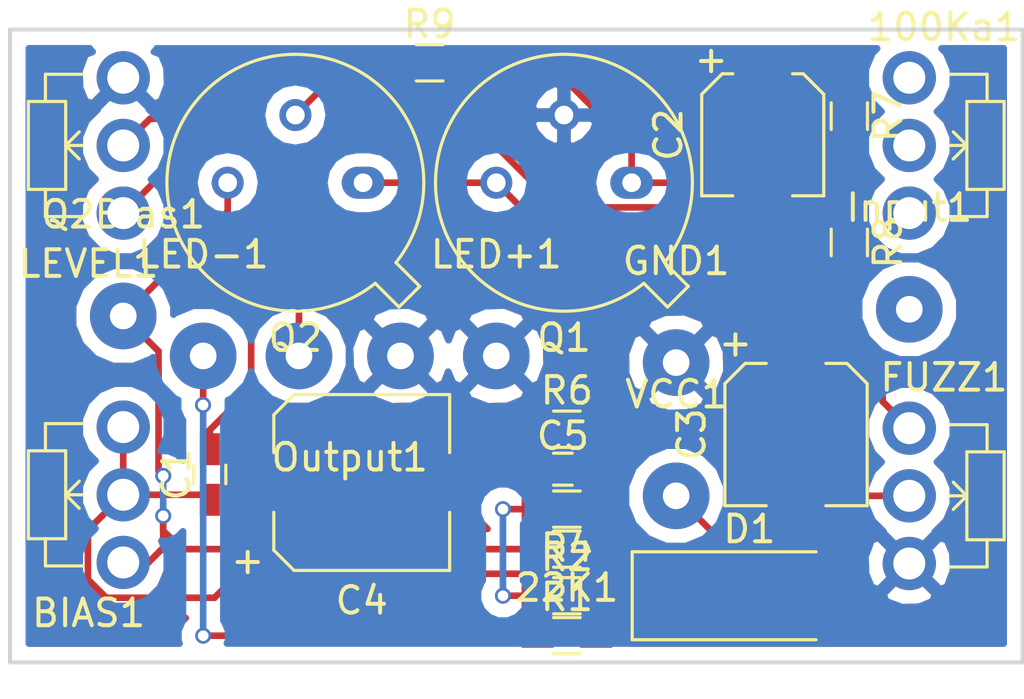
<source format=kicad_pcb>
(kicad_pcb (version 4) (host pcbnew 4.0.6)

  (general
    (links 37)
    (no_connects 5)
    (area 201.674999 81.424999 239.825001 105.325001)
    (thickness 1.6)
    (drawings 5)
    (tracks 80)
    (zones 0)
    (modules 27)
    (nets 18)
  )

  (page A4)
  (layers
    (0 F.Cu signal)
    (31 B.Cu signal)
    (32 B.Adhes user)
    (33 F.Adhes user)
    (34 B.Paste user)
    (35 F.Paste user)
    (36 B.SilkS user)
    (37 F.SilkS user)
    (38 B.Mask user)
    (39 F.Mask user)
    (40 Dwgs.User user)
    (41 Cmts.User user)
    (42 Eco1.User user)
    (43 Eco2.User user)
    (44 Edge.Cuts user)
    (45 Margin user)
    (46 B.CrtYd user)
    (47 F.CrtYd user)
    (48 B.Fab user)
    (49 F.Fab user)
  )

  (setup
    (last_trace_width 0.25)
    (trace_clearance 0.2)
    (zone_clearance 0.508)
    (zone_45_only no)
    (trace_min 0.2)
    (segment_width 0.2)
    (edge_width 0.15)
    (via_size 0.6)
    (via_drill 0.4)
    (via_min_size 0.4)
    (via_min_drill 0.3)
    (uvia_size 0.3)
    (uvia_drill 0.1)
    (uvias_allowed no)
    (uvia_min_size 0.2)
    (uvia_min_drill 0.1)
    (pcb_text_width 0.3)
    (pcb_text_size 1.5 1.5)
    (mod_edge_width 0.15)
    (mod_text_size 1 1)
    (mod_text_width 0.15)
    (pad_size 2.49936 2.49936)
    (pad_drill 1.00076)
    (pad_to_mask_clearance 0.2)
    (aux_axis_origin 0 0)
    (grid_origin 150 114.75)
    (visible_elements 7FFFFFFF)
    (pcbplotparams
      (layerselection 0x00030_80000001)
      (usegerberextensions false)
      (excludeedgelayer true)
      (linewidth 0.100000)
      (plotframeref false)
      (viasonmask false)
      (mode 1)
      (useauxorigin false)
      (hpglpennumber 1)
      (hpglpenspeed 20)
      (hpglpendiameter 15)
      (hpglpenoverlay 2)
      (psnegative false)
      (psa4output false)
      (plotreference true)
      (plotvalue true)
      (plotinvisibletext false)
      (padsonsilk false)
      (subtractmaskfromsilk false)
      (outputformat 1)
      (mirror false)
      (drillshape 1)
      (scaleselection 1)
      (outputdirectory ""))
  )

  (net 0 "")
  (net 1 "Net-(22K1-Pad1)")
  (net 2 "Net-(22K1-Pad2)")
  (net 3 "Net-(D1-Pad1)")
  (net 4 VCC)
  (net 5 GND)
  (net 6 "Net-(LED-1-Pad1)")
  (net 7 "Net-(C4-Pad2)")
  (net 8 "Net-(Q1-Pad3)")
  (net 9 "Net-(C2-Pad1)")
  (net 10 "Net-(100Ka1-Pad2)")
  (net 11 "Net-(100Ka1-Pad3)")
  (net 12 "Net-(FUZZ1-Pad1)")
  (net 13 "Net-(C2-Pad2)")
  (net 14 "Net-(100Ka1-Pad1)")
  (net 15 "Net-(C3-Pad2)")
  (net 16 "Net-(C1-Pad2)")
  (net 17 "Net-(LEVEL1-Pad2)")

  (net_class Default "This is the default net class."
    (clearance 0.2)
    (trace_width 0.25)
    (via_dia 0.6)
    (via_drill 0.4)
    (uvia_dia 0.3)
    (uvia_drill 0.1)
    (add_net GND)
    (add_net "Net-(100Ka1-Pad1)")
    (add_net "Net-(100Ka1-Pad2)")
    (add_net "Net-(100Ka1-Pad3)")
    (add_net "Net-(22K1-Pad1)")
    (add_net "Net-(22K1-Pad2)")
    (add_net "Net-(C1-Pad2)")
    (add_net "Net-(C2-Pad1)")
    (add_net "Net-(C2-Pad2)")
    (add_net "Net-(C3-Pad2)")
    (add_net "Net-(C4-Pad2)")
    (add_net "Net-(D1-Pad1)")
    (add_net "Net-(FUZZ1-Pad1)")
    (add_net "Net-(LED-1-Pad1)")
    (add_net "Net-(LEVEL1-Pad2)")
    (add_net "Net-(Q1-Pad3)")
    (add_net VCC)
  )

  (module Resistors_SMD:R_0603_HandSoldering (layer F.Cu) (tedit 58E0A804) (tstamp 5A9062A4)
    (at 222.65 101 180)
    (descr "Resistor SMD 0603, hand soldering")
    (tags "resistor 0603")
    (path /5A8816D5)
    (attr smd)
    (fp_text reference 22K1 (at 0 -1.45 180) (layer F.SilkS)
      (effects (font (size 1 1) (thickness 0.15)))
    )
    (fp_text value 22k (at 0 1.55 180) (layer F.Fab)
      (effects (font (size 1 1) (thickness 0.15)))
    )
    (fp_text user %R (at 0 0 180) (layer F.Fab)
      (effects (font (size 0.4 0.4) (thickness 0.075)))
    )
    (fp_line (start -0.8 0.4) (end -0.8 -0.4) (layer F.Fab) (width 0.1))
    (fp_line (start 0.8 0.4) (end -0.8 0.4) (layer F.Fab) (width 0.1))
    (fp_line (start 0.8 -0.4) (end 0.8 0.4) (layer F.Fab) (width 0.1))
    (fp_line (start -0.8 -0.4) (end 0.8 -0.4) (layer F.Fab) (width 0.1))
    (fp_line (start 0.5 0.68) (end -0.5 0.68) (layer F.SilkS) (width 0.12))
    (fp_line (start -0.5 -0.68) (end 0.5 -0.68) (layer F.SilkS) (width 0.12))
    (fp_line (start -1.96 -0.7) (end 1.95 -0.7) (layer F.CrtYd) (width 0.05))
    (fp_line (start -1.96 -0.7) (end -1.96 0.7) (layer F.CrtYd) (width 0.05))
    (fp_line (start 1.95 0.7) (end 1.95 -0.7) (layer F.CrtYd) (width 0.05))
    (fp_line (start 1.95 0.7) (end -1.96 0.7) (layer F.CrtYd) (width 0.05))
    (pad 1 smd rect (at -1.1 0 180) (size 1.2 0.9) (layers F.Cu F.Paste F.Mask)
      (net 1 "Net-(22K1-Pad1)"))
    (pad 2 smd rect (at 1.1 0 180) (size 1.2 0.9) (layers F.Cu F.Paste F.Mask)
      (net 2 "Net-(22K1-Pad2)"))
    (model ${KISYS3DMOD}/Resistors_SMD.3dshapes/R_0603.wrl
      (at (xyz 0 0 0))
      (scale (xyz 1 1 1))
      (rotate (xyz 0 0 0))
    )
  )

  (module Potentiometers:Potentiometer_WirePads_Small (layer F.Cu) (tedit 58822A20) (tstamp 5A9062AB)
    (at 235.5 83.31)
    (descr "Potentiometer, Wire Pads only, small, RevA, 02 Aug 2010,")
    (tags "Potentiometer Wire Pads only small RevA 02 Aug 2010 ")
    (path /5A880720)
    (fp_text reference 100Ka1 (at 1.3 -1.9) (layer F.SilkS)
      (effects (font (size 1 1) (thickness 0.15)))
    )
    (fp_text value PRE (at 1.35 7.15) (layer F.Fab)
      (effects (font (size 1 1) (thickness 0.15)))
    )
    (fp_line (start 2.92 4.19) (end 2.92 5.21) (layer F.SilkS) (width 0.12))
    (fp_line (start 2.92 5.21) (end 1.52 5.21) (layer F.SilkS) (width 0.12))
    (fp_line (start 2.92 0.89) (end 2.92 -0.13) (layer F.SilkS) (width 0.12))
    (fp_line (start 2.92 -0.13) (end 1.52 -0.13) (layer F.SilkS) (width 0.12))
    (fp_line (start 2.16 2.54) (end 1.52 2.54) (layer F.SilkS) (width 0.12))
    (fp_line (start 2.16 2.54) (end 1.65 3.05) (layer F.SilkS) (width 0.12))
    (fp_line (start 2.16 2.54) (end 1.65 2.03) (layer F.SilkS) (width 0.12))
    (fp_line (start 2.16 0.89) (end 3.56 0.89) (layer F.SilkS) (width 0.12))
    (fp_line (start 3.56 0.89) (end 3.56 4.19) (layer F.SilkS) (width 0.12))
    (fp_line (start 3.56 4.19) (end 2.16 4.19) (layer F.SilkS) (width 0.12))
    (fp_line (start 2.16 4.19) (end 2.16 0.89) (layer F.SilkS) (width 0.12))
    (fp_line (start -1.25 -1.25) (end 3.81 -1.25) (layer F.CrtYd) (width 0.05))
    (fp_line (start -1.25 -1.25) (end -1.25 6.33) (layer F.CrtYd) (width 0.05))
    (fp_line (start 3.81 6.33) (end 3.81 -1.25) (layer F.CrtYd) (width 0.05))
    (fp_line (start 3.81 6.33) (end -1.25 6.33) (layer F.CrtYd) (width 0.05))
    (pad 2 thru_hole circle (at 0 2.54) (size 2 2) (drill 1.2) (layers *.Cu *.Mask)
      (net 10 "Net-(100Ka1-Pad2)"))
    (pad 3 thru_hole circle (at 0 5.08) (size 2 2) (drill 1.2) (layers *.Cu *.Mask)
      (net 11 "Net-(100Ka1-Pad3)"))
    (pad 1 thru_hole circle (at 0 0) (size 2 2) (drill 1.2) (layers *.Cu *.Mask)
      (net 14 "Net-(100Ka1-Pad1)"))
  )

  (module Potentiometers:Potentiometer_WirePads_Small (layer F.Cu) (tedit 58822A20) (tstamp 5A9062B2)
    (at 206 101.5 180)
    (descr "Potentiometer, Wire Pads only, small, RevA, 02 Aug 2010,")
    (tags "Potentiometer Wire Pads only small RevA 02 Aug 2010 ")
    (path /5A881672)
    (fp_text reference BIAS1 (at 1.3 -1.9 180) (layer F.SilkS)
      (effects (font (size 1 1) (thickness 0.15)))
    )
    (fp_text value c100K (at 1.35 7.15 180) (layer F.Fab)
      (effects (font (size 1 1) (thickness 0.15)))
    )
    (fp_line (start 2.92 4.19) (end 2.92 5.21) (layer F.SilkS) (width 0.12))
    (fp_line (start 2.92 5.21) (end 1.52 5.21) (layer F.SilkS) (width 0.12))
    (fp_line (start 2.92 0.89) (end 2.92 -0.13) (layer F.SilkS) (width 0.12))
    (fp_line (start 2.92 -0.13) (end 1.52 -0.13) (layer F.SilkS) (width 0.12))
    (fp_line (start 2.16 2.54) (end 1.52 2.54) (layer F.SilkS) (width 0.12))
    (fp_line (start 2.16 2.54) (end 1.65 3.05) (layer F.SilkS) (width 0.12))
    (fp_line (start 2.16 2.54) (end 1.65 2.03) (layer F.SilkS) (width 0.12))
    (fp_line (start 2.16 0.89) (end 3.56 0.89) (layer F.SilkS) (width 0.12))
    (fp_line (start 3.56 0.89) (end 3.56 4.19) (layer F.SilkS) (width 0.12))
    (fp_line (start 3.56 4.19) (end 2.16 4.19) (layer F.SilkS) (width 0.12))
    (fp_line (start 2.16 4.19) (end 2.16 0.89) (layer F.SilkS) (width 0.12))
    (fp_line (start -1.25 -1.25) (end 3.81 -1.25) (layer F.CrtYd) (width 0.05))
    (fp_line (start -1.25 -1.25) (end -1.25 6.33) (layer F.CrtYd) (width 0.05))
    (fp_line (start 3.81 6.33) (end 3.81 -1.25) (layer F.CrtYd) (width 0.05))
    (fp_line (start 3.81 6.33) (end -1.25 6.33) (layer F.CrtYd) (width 0.05))
    (pad 2 thru_hole circle (at 0 2.54 180) (size 2 2) (drill 1.2) (layers *.Cu *.Mask)
      (net 1 "Net-(22K1-Pad1)"))
    (pad 3 thru_hole circle (at 0 5.08 180) (size 2 2) (drill 1.2) (layers *.Cu *.Mask)
      (net 1 "Net-(22K1-Pad1)"))
    (pad 1 thru_hole circle (at 0 0 180) (size 2 2) (drill 1.2) (layers *.Cu *.Mask)
      (net 2 "Net-(22K1-Pad2)"))
  )

  (module Capacitors_SMD:C_0603_HandSoldering (layer F.Cu) (tedit 58AA848B) (tstamp 5A9062B8)
    (at 209.25 98.2 90)
    (descr "Capacitor SMD 0603, hand soldering")
    (tags "capacitor 0603")
    (path /5A881AD2)
    (attr smd)
    (fp_text reference C1 (at 0 -1.25 90) (layer F.SilkS)
      (effects (font (size 1 1) (thickness 0.15)))
    )
    (fp_text value 0.01 (at 0 1.5 90) (layer F.Fab)
      (effects (font (size 1 1) (thickness 0.15)))
    )
    (fp_text user %R (at 0 -1.25 90) (layer F.Fab)
      (effects (font (size 1 1) (thickness 0.15)))
    )
    (fp_line (start -0.8 0.4) (end -0.8 -0.4) (layer F.Fab) (width 0.1))
    (fp_line (start 0.8 0.4) (end -0.8 0.4) (layer F.Fab) (width 0.1))
    (fp_line (start 0.8 -0.4) (end 0.8 0.4) (layer F.Fab) (width 0.1))
    (fp_line (start -0.8 -0.4) (end 0.8 -0.4) (layer F.Fab) (width 0.1))
    (fp_line (start -0.35 -0.6) (end 0.35 -0.6) (layer F.SilkS) (width 0.12))
    (fp_line (start 0.35 0.6) (end -0.35 0.6) (layer F.SilkS) (width 0.12))
    (fp_line (start -1.8 -0.65) (end 1.8 -0.65) (layer F.CrtYd) (width 0.05))
    (fp_line (start -1.8 -0.65) (end -1.8 0.65) (layer F.CrtYd) (width 0.05))
    (fp_line (start 1.8 0.65) (end 1.8 -0.65) (layer F.CrtYd) (width 0.05))
    (fp_line (start 1.8 0.65) (end -1.8 0.65) (layer F.CrtYd) (width 0.05))
    (pad 1 smd rect (at -0.95 0 90) (size 1.2 0.75) (layers F.Cu F.Paste F.Mask)
      (net 1 "Net-(22K1-Pad1)"))
    (pad 2 smd rect (at 0.95 0 90) (size 1.2 0.75) (layers F.Cu F.Paste F.Mask)
      (net 16 "Net-(C1-Pad2)"))
    (model Capacitors_SMD.3dshapes/C_0603.wrl
      (at (xyz 0 0 0))
      (scale (xyz 1 1 1))
      (rotate (xyz 0 0 0))
    )
  )

  (module Capacitors_SMD:CP_Elec_5x5.8 (layer F.Cu) (tedit 58AA8B00) (tstamp 5A9062C4)
    (at 231.25 96.7 270)
    (descr "SMT capacitor, aluminium electrolytic, 5x5.8")
    (path /5A880DF8)
    (attr smd)
    (fp_text reference C3 (at 0 3.92 270) (layer F.SilkS)
      (effects (font (size 1 1) (thickness 0.15)))
    )
    (fp_text value 22u (at 0 -3.92 270) (layer F.Fab)
      (effects (font (size 1 1) (thickness 0.15)))
    )
    (fp_circle (center 0 0) (end 0.1 2.4) (layer F.Fab) (width 0.1))
    (fp_text user + (at -1.38 -0.06 270) (layer F.Fab)
      (effects (font (size 1 1) (thickness 0.15)))
    )
    (fp_text user + (at -3.38 2.35 270) (layer F.SilkS)
      (effects (font (size 1 1) (thickness 0.15)))
    )
    (fp_text user %R (at 0 3.92 270) (layer F.Fab)
      (effects (font (size 1 1) (thickness 0.15)))
    )
    (fp_line (start 2.51 2.51) (end 2.51 -2.51) (layer F.Fab) (width 0.1))
    (fp_line (start -1.84 2.51) (end 2.51 2.51) (layer F.Fab) (width 0.1))
    (fp_line (start -2.51 1.84) (end -1.84 2.51) (layer F.Fab) (width 0.1))
    (fp_line (start -2.51 -1.84) (end -2.51 1.84) (layer F.Fab) (width 0.1))
    (fp_line (start -1.84 -2.51) (end -2.51 -1.84) (layer F.Fab) (width 0.1))
    (fp_line (start 2.51 -2.51) (end -1.84 -2.51) (layer F.Fab) (width 0.1))
    (fp_line (start 2.67 2.67) (end 2.67 1.12) (layer F.SilkS) (width 0.12))
    (fp_line (start 2.67 -2.67) (end 2.67 -1.12) (layer F.SilkS) (width 0.12))
    (fp_line (start -2.67 1.91) (end -2.67 1.12) (layer F.SilkS) (width 0.12))
    (fp_line (start -2.67 -1.91) (end -2.67 -1.12) (layer F.SilkS) (width 0.12))
    (fp_line (start 2.67 -2.67) (end -1.91 -2.67) (layer F.SilkS) (width 0.12))
    (fp_line (start -1.91 -2.67) (end -2.67 -1.91) (layer F.SilkS) (width 0.12))
    (fp_line (start -2.67 1.91) (end -1.91 2.67) (layer F.SilkS) (width 0.12))
    (fp_line (start -1.91 2.67) (end 2.67 2.67) (layer F.SilkS) (width 0.12))
    (fp_line (start -3.95 -2.77) (end 3.95 -2.77) (layer F.CrtYd) (width 0.05))
    (fp_line (start -3.95 -2.77) (end -3.95 2.76) (layer F.CrtYd) (width 0.05))
    (fp_line (start 3.95 2.76) (end 3.95 -2.77) (layer F.CrtYd) (width 0.05))
    (fp_line (start 3.95 2.76) (end -3.95 2.76) (layer F.CrtYd) (width 0.05))
    (pad 1 smd rect (at -2.2 0 90) (size 3 1.6) (layers F.Cu F.Paste F.Mask)
      (net 5 GND))
    (pad 2 smd rect (at 2.2 0 90) (size 3 1.6) (layers F.Cu F.Paste F.Mask)
      (net 15 "Net-(C3-Pad2)"))
    (model Capacitors_SMD.3dshapes/CP_Elec_5x5.8.wrl
      (at (xyz 0 0 0))
      (scale (xyz 1 1 1))
      (rotate (xyz 0 0 180))
    )
  )

  (module Capacitors_SMD:CP_Elec_6.3x7.7 (layer F.Cu) (tedit 58AA8B76) (tstamp 5A9062CA)
    (at 214.95 98.5)
    (descr "SMT capacitor, aluminium electrolytic, 6.3x7.7")
    (path /5A882298)
    (attr smd)
    (fp_text reference C4 (at 0 4.43) (layer F.SilkS)
      (effects (font (size 1 1) (thickness 0.15)))
    )
    (fp_text value 100u (at 0 -4.43) (layer F.Fab)
      (effects (font (size 1 1) (thickness 0.15)))
    )
    (fp_circle (center 0 0) (end 0.5 3) (layer F.Fab) (width 0.1))
    (fp_text user + (at -1.73 -0.08) (layer F.Fab)
      (effects (font (size 1 1) (thickness 0.15)))
    )
    (fp_text user + (at -4.28 2.91) (layer F.SilkS)
      (effects (font (size 1 1) (thickness 0.15)))
    )
    (fp_text user %R (at 0 4.43) (layer F.Fab)
      (effects (font (size 1 1) (thickness 0.15)))
    )
    (fp_line (start 3.15 3.15) (end 3.15 -3.15) (layer F.Fab) (width 0.1))
    (fp_line (start -2.48 3.15) (end 3.15 3.15) (layer F.Fab) (width 0.1))
    (fp_line (start -3.15 2.48) (end -2.48 3.15) (layer F.Fab) (width 0.1))
    (fp_line (start -3.15 -2.48) (end -3.15 2.48) (layer F.Fab) (width 0.1))
    (fp_line (start -2.48 -3.15) (end -3.15 -2.48) (layer F.Fab) (width 0.1))
    (fp_line (start 3.15 -3.15) (end -2.48 -3.15) (layer F.Fab) (width 0.1))
    (fp_line (start -3.3 2.54) (end -3.3 1.12) (layer F.SilkS) (width 0.12))
    (fp_line (start 3.3 3.3) (end 3.3 1.12) (layer F.SilkS) (width 0.12))
    (fp_line (start 3.3 -3.3) (end 3.3 -1.12) (layer F.SilkS) (width 0.12))
    (fp_line (start -3.3 -2.54) (end -3.3 -1.12) (layer F.SilkS) (width 0.12))
    (fp_line (start 3.3 3.3) (end -2.54 3.3) (layer F.SilkS) (width 0.12))
    (fp_line (start -2.54 3.3) (end -3.3 2.54) (layer F.SilkS) (width 0.12))
    (fp_line (start -3.3 -2.54) (end -2.54 -3.3) (layer F.SilkS) (width 0.12))
    (fp_line (start -2.54 -3.3) (end 3.3 -3.3) (layer F.SilkS) (width 0.12))
    (fp_line (start -4.7 -3.4) (end 4.7 -3.4) (layer F.CrtYd) (width 0.05))
    (fp_line (start -4.7 -3.4) (end -4.7 3.4) (layer F.CrtYd) (width 0.05))
    (fp_line (start 4.7 3.4) (end 4.7 -3.4) (layer F.CrtYd) (width 0.05))
    (fp_line (start 4.7 3.4) (end -4.7 3.4) (layer F.CrtYd) (width 0.05))
    (pad 1 smd rect (at -2.7 0 180) (size 3.5 1.6) (layers F.Cu F.Paste F.Mask)
      (net 5 GND))
    (pad 2 smd rect (at 2.7 0 180) (size 3.5 1.6) (layers F.Cu F.Paste F.Mask)
      (net 7 "Net-(C4-Pad2)"))
    (model Capacitors_SMD.3dshapes/CP_Elec_6.3x7.7.wrl
      (at (xyz 0 0 0))
      (scale (xyz 1 1 1))
      (rotate (xyz 0 0 180))
    )
  )

  (module Capacitors_SMD:C_0603_HandSoldering (layer F.Cu) (tedit 58AA848B) (tstamp 5A9062D0)
    (at 222.5 98)
    (descr "Capacitor SMD 0603, hand soldering")
    (tags "capacitor 0603")
    (path /5A88223B)
    (attr smd)
    (fp_text reference C5 (at 0 -1.25) (layer F.SilkS)
      (effects (font (size 1 1) (thickness 0.15)))
    )
    (fp_text value 100n (at 0 1.5) (layer F.Fab)
      (effects (font (size 1 1) (thickness 0.15)))
    )
    (fp_text user %R (at 0 -1.25) (layer F.Fab)
      (effects (font (size 1 1) (thickness 0.15)))
    )
    (fp_line (start -0.8 0.4) (end -0.8 -0.4) (layer F.Fab) (width 0.1))
    (fp_line (start 0.8 0.4) (end -0.8 0.4) (layer F.Fab) (width 0.1))
    (fp_line (start 0.8 -0.4) (end 0.8 0.4) (layer F.Fab) (width 0.1))
    (fp_line (start -0.8 -0.4) (end 0.8 -0.4) (layer F.Fab) (width 0.1))
    (fp_line (start -0.35 -0.6) (end 0.35 -0.6) (layer F.SilkS) (width 0.12))
    (fp_line (start 0.35 0.6) (end -0.35 0.6) (layer F.SilkS) (width 0.12))
    (fp_line (start -1.8 -0.65) (end 1.8 -0.65) (layer F.CrtYd) (width 0.05))
    (fp_line (start -1.8 -0.65) (end -1.8 0.65) (layer F.CrtYd) (width 0.05))
    (fp_line (start 1.8 0.65) (end 1.8 -0.65) (layer F.CrtYd) (width 0.05))
    (fp_line (start 1.8 0.65) (end -1.8 0.65) (layer F.CrtYd) (width 0.05))
    (pad 1 smd rect (at -0.95 0) (size 1.2 0.75) (layers F.Cu F.Paste F.Mask)
      (net 7 "Net-(C4-Pad2)"))
    (pad 2 smd rect (at 0.95 0) (size 1.2 0.75) (layers F.Cu F.Paste F.Mask)
      (net 5 GND))
    (model Capacitors_SMD.3dshapes/C_0603.wrl
      (at (xyz 0 0 0))
      (scale (xyz 1 1 1))
      (rotate (xyz 0 0 0))
    )
  )

  (module Diodes_SMD:D_SMA_Handsoldering (layer F.Cu) (tedit 58643398) (tstamp 5A9062D6)
    (at 229.5 102.75)
    (descr "Diode SMA (DO-214AC) Handsoldering")
    (tags "Diode SMA (DO-214AC) Handsoldering")
    (path /5A88263C)
    (attr smd)
    (fp_text reference D1 (at 0 -2.5) (layer F.SilkS)
      (effects (font (size 1 1) (thickness 0.15)))
    )
    (fp_text value 1N5817 (at 0 2.6) (layer F.Fab)
      (effects (font (size 1 1) (thickness 0.15)))
    )
    (fp_text user %R (at 0 -2.5) (layer F.Fab)
      (effects (font (size 1 1) (thickness 0.15)))
    )
    (fp_line (start -4.4 -1.65) (end -4.4 1.65) (layer F.SilkS) (width 0.12))
    (fp_line (start 2.3 1.5) (end -2.3 1.5) (layer F.Fab) (width 0.1))
    (fp_line (start -2.3 1.5) (end -2.3 -1.5) (layer F.Fab) (width 0.1))
    (fp_line (start 2.3 -1.5) (end 2.3 1.5) (layer F.Fab) (width 0.1))
    (fp_line (start 2.3 -1.5) (end -2.3 -1.5) (layer F.Fab) (width 0.1))
    (fp_line (start -4.5 -1.75) (end 4.5 -1.75) (layer F.CrtYd) (width 0.05))
    (fp_line (start 4.5 -1.75) (end 4.5 1.75) (layer F.CrtYd) (width 0.05))
    (fp_line (start 4.5 1.75) (end -4.5 1.75) (layer F.CrtYd) (width 0.05))
    (fp_line (start -4.5 1.75) (end -4.5 -1.75) (layer F.CrtYd) (width 0.05))
    (fp_line (start -0.64944 0.00102) (end -1.55114 0.00102) (layer F.Fab) (width 0.1))
    (fp_line (start 0.50118 0.00102) (end 1.4994 0.00102) (layer F.Fab) (width 0.1))
    (fp_line (start -0.64944 -0.79908) (end -0.64944 0.80112) (layer F.Fab) (width 0.1))
    (fp_line (start 0.50118 0.75032) (end 0.50118 -0.79908) (layer F.Fab) (width 0.1))
    (fp_line (start -0.64944 0.00102) (end 0.50118 0.75032) (layer F.Fab) (width 0.1))
    (fp_line (start -0.64944 0.00102) (end 0.50118 -0.79908) (layer F.Fab) (width 0.1))
    (fp_line (start -4.4 1.65) (end 2.5 1.65) (layer F.SilkS) (width 0.12))
    (fp_line (start -4.4 -1.65) (end 2.5 -1.65) (layer F.SilkS) (width 0.12))
    (pad 1 smd rect (at -2.5 0) (size 3.5 1.8) (layers F.Cu F.Paste F.Mask)
      (net 3 "Net-(D1-Pad1)"))
    (pad 2 smd rect (at 2.5 0) (size 3.5 1.8) (layers F.Cu F.Paste F.Mask)
      (net 4 VCC))
    (model ${KISYS3DMOD}/Diodes_SMD.3dshapes/D_SMA.wrl
      (at (xyz 0 0 0))
      (scale (xyz 1 1 1))
      (rotate (xyz 0 0 0))
    )
  )

  (module Potentiometers:Potentiometer_WirePads_Small (layer F.Cu) (tedit 58822A20) (tstamp 5A9062DD)
    (at 235.5 96.46)
    (descr "Potentiometer, Wire Pads only, small, RevA, 02 Aug 2010,")
    (tags "Potentiometer Wire Pads only small RevA 02 Aug 2010 ")
    (path /5A880D07)
    (fp_text reference FUZZ1 (at 1.3 -1.9) (layer F.SilkS)
      (effects (font (size 1 1) (thickness 0.15)))
    )
    (fp_text value C1k (at 1.35 7.15) (layer F.Fab)
      (effects (font (size 1 1) (thickness 0.15)))
    )
    (fp_line (start 2.92 4.19) (end 2.92 5.21) (layer F.SilkS) (width 0.12))
    (fp_line (start 2.92 5.21) (end 1.52 5.21) (layer F.SilkS) (width 0.12))
    (fp_line (start 2.92 0.89) (end 2.92 -0.13) (layer F.SilkS) (width 0.12))
    (fp_line (start 2.92 -0.13) (end 1.52 -0.13) (layer F.SilkS) (width 0.12))
    (fp_line (start 2.16 2.54) (end 1.52 2.54) (layer F.SilkS) (width 0.12))
    (fp_line (start 2.16 2.54) (end 1.65 3.05) (layer F.SilkS) (width 0.12))
    (fp_line (start 2.16 2.54) (end 1.65 2.03) (layer F.SilkS) (width 0.12))
    (fp_line (start 2.16 0.89) (end 3.56 0.89) (layer F.SilkS) (width 0.12))
    (fp_line (start 3.56 0.89) (end 3.56 4.19) (layer F.SilkS) (width 0.12))
    (fp_line (start 3.56 4.19) (end 2.16 4.19) (layer F.SilkS) (width 0.12))
    (fp_line (start 2.16 4.19) (end 2.16 0.89) (layer F.SilkS) (width 0.12))
    (fp_line (start -1.25 -1.25) (end 3.81 -1.25) (layer F.CrtYd) (width 0.05))
    (fp_line (start -1.25 -1.25) (end -1.25 6.33) (layer F.CrtYd) (width 0.05))
    (fp_line (start 3.81 6.33) (end 3.81 -1.25) (layer F.CrtYd) (width 0.05))
    (fp_line (start 3.81 6.33) (end -1.25 6.33) (layer F.CrtYd) (width 0.05))
    (pad 2 thru_hole circle (at 0 2.54) (size 2 2) (drill 1.2) (layers *.Cu *.Mask)
      (net 15 "Net-(C3-Pad2)"))
    (pad 3 thru_hole circle (at 0 5.08) (size 2 2) (drill 1.2) (layers *.Cu *.Mask)
      (net 5 GND))
    (pad 1 thru_hole circle (at 0 0) (size 2 2) (drill 1.2) (layers *.Cu *.Mask)
      (net 12 "Net-(FUZZ1-Pad1)"))
  )

  (module Wire_Pads:SolderWirePad_single_1mmDrill (layer F.Cu) (tedit 0) (tstamp 5A9062E2)
    (at 226.75 94)
    (path /5A89569B)
    (fp_text reference GND1 (at 0 -3.81) (layer F.SilkS)
      (effects (font (size 1 1) (thickness 0.15)))
    )
    (fp_text value GND (at -1.905 3.175) (layer F.Fab)
      (effects (font (size 1 1) (thickness 0.15)))
    )
    (pad 1 thru_hole circle (at 0 0) (size 2.49936 2.49936) (drill 1.00076) (layers *.Cu *.Mask)
      (net 5 GND))
  )

  (module Wire_Pads:SolderWirePad_single_1mmDrill (layer F.Cu) (tedit 0) (tstamp 5A9062E7)
    (at 235.5 92)
    (path /5A908B76)
    (fp_text reference Input1 (at 0 -3.81) (layer F.SilkS)
      (effects (font (size 1 1) (thickness 0.15)))
    )
    (fp_text value I (at -1.905 3.175) (layer F.Fab)
      (effects (font (size 1 1) (thickness 0.15)))
    )
    (pad 1 thru_hole circle (at 0 0) (size 2.49936 2.49936) (drill 1.00076) (layers *.Cu *.Mask)
      (net 14 "Net-(100Ka1-Pad1)"))
  )

  (module Wire_Pads:SolderWirePad_single_1mmDrill (layer F.Cu) (tedit 0) (tstamp 5A9062EC)
    (at 220 93.75)
    (path /5A89561E)
    (fp_text reference LED+1 (at 0 -3.81) (layer F.SilkS)
      (effects (font (size 1 1) (thickness 0.15)))
    )
    (fp_text value LED+ (at -1.905 3.175) (layer F.Fab)
      (effects (font (size 1 1) (thickness 0.15)))
    )
    (pad 1 thru_hole circle (at 0 0) (size 2.49936 2.49936) (drill 1.00076) (layers *.Cu *.Mask)
      (net 5 GND))
  )

  (module Wire_Pads:SolderWirePad_single_1mmDrill (layer F.Cu) (tedit 0) (tstamp 5A9062F1)
    (at 209 93.75)
    (path /5A894578)
    (fp_text reference LED-1 (at 0 -3.81) (layer F.SilkS)
      (effects (font (size 1 1) (thickness 0.15)))
    )
    (fp_text value LED- (at -1.905 3.175) (layer F.Fab)
      (effects (font (size 1 1) (thickness 0.15)))
    )
    (pad 1 thru_hole circle (at 0 0) (size 2.49936 2.49936) (drill 1.00076) (layers *.Cu *.Mask)
      (net 6 "Net-(LED-1-Pad1)"))
  )

  (module Potentiometers:Potentiometer_WirePads_Small (layer F.Cu) (tedit 58822A20) (tstamp 5A9062F8)
    (at 206 88.39 180)
    (descr "Potentiometer, Wire Pads only, small, RevA, 02 Aug 2010,")
    (tags "Potentiometer Wire Pads only small RevA 02 Aug 2010 ")
    (path /5A881B8F)
    (fp_text reference LEVEL1 (at 1.3 -1.9 180) (layer F.SilkS)
      (effects (font (size 1 1) (thickness 0.15)))
    )
    (fp_text value 500ka (at 1.35 7.15 180) (layer F.Fab)
      (effects (font (size 1 1) (thickness 0.15)))
    )
    (fp_line (start 2.92 4.19) (end 2.92 5.21) (layer F.SilkS) (width 0.12))
    (fp_line (start 2.92 5.21) (end 1.52 5.21) (layer F.SilkS) (width 0.12))
    (fp_line (start 2.92 0.89) (end 2.92 -0.13) (layer F.SilkS) (width 0.12))
    (fp_line (start 2.92 -0.13) (end 1.52 -0.13) (layer F.SilkS) (width 0.12))
    (fp_line (start 2.16 2.54) (end 1.52 2.54) (layer F.SilkS) (width 0.12))
    (fp_line (start 2.16 2.54) (end 1.65 3.05) (layer F.SilkS) (width 0.12))
    (fp_line (start 2.16 2.54) (end 1.65 2.03) (layer F.SilkS) (width 0.12))
    (fp_line (start 2.16 0.89) (end 3.56 0.89) (layer F.SilkS) (width 0.12))
    (fp_line (start 3.56 0.89) (end 3.56 4.19) (layer F.SilkS) (width 0.12))
    (fp_line (start 3.56 4.19) (end 2.16 4.19) (layer F.SilkS) (width 0.12))
    (fp_line (start 2.16 4.19) (end 2.16 0.89) (layer F.SilkS) (width 0.12))
    (fp_line (start -1.25 -1.25) (end 3.81 -1.25) (layer F.CrtYd) (width 0.05))
    (fp_line (start -1.25 -1.25) (end -1.25 6.33) (layer F.CrtYd) (width 0.05))
    (fp_line (start 3.81 6.33) (end 3.81 -1.25) (layer F.CrtYd) (width 0.05))
    (fp_line (start 3.81 6.33) (end -1.25 6.33) (layer F.CrtYd) (width 0.05))
    (pad 2 thru_hole circle (at 0 2.54 180) (size 2 2) (drill 1.2) (layers *.Cu *.Mask)
      (net 17 "Net-(LEVEL1-Pad2)"))
    (pad 3 thru_hole circle (at 0 5.08 180) (size 2 2) (drill 1.2) (layers *.Cu *.Mask)
      (net 5 GND))
    (pad 1 thru_hole circle (at 0 0 180) (size 2 2) (drill 1.2) (layers *.Cu *.Mask)
      (net 16 "Net-(C1-Pad2)"))
  )

  (module Wire_Pads:SolderWirePad_2x_1mmDrill (layer F.Cu) (tedit 5A906746) (tstamp 5A9062FE)
    (at 214.5 93.75 180)
    (path /5A909ACF)
    (fp_text reference Output1 (at 0 -3.81 180) (layer F.SilkS)
      (effects (font (size 1 1) (thickness 0.15)))
    )
    (fp_text value O (at 0.635 3.81 180) (layer F.Fab)
      (effects (font (size 1 1) (thickness 0.15)))
    )
    (pad 2 thru_hole circle (at -1.905 0 180) (size 2.49936 2.49936) (drill 1.00076) (layers *.Cu *.Mask)
      (net 5 GND))
    (pad 1 thru_hole circle (at 1.905 0 180) (size 2.49936 2.49936) (drill 1.00076) (layers *.Cu *.Mask)
      (net 17 "Net-(LEVEL1-Pad2)"))
  )

  (module TO_SOT_Packages_THT:TO-5-3 (layer F.Cu) (tedit 58CE52AF) (tstamp 5A906305)
    (at 225.08 87.25 180)
    (descr TO-5-3)
    (tags TO-5-3)
    (path /5A880B3E)
    (fp_text reference Q1 (at 2.54 -5.82 180) (layer F.SilkS)
      (effects (font (size 1 1) (thickness 0.15)))
    )
    (fp_text value EFT83C (at 2.54 5.82 180) (layer F.Fab)
      (effects (font (size 1 1) (thickness 0.15)))
    )
    (fp_text user %R (at 2.54 -5.82 180) (layer F.Fab)
      (effects (font (size 1 1) (thickness 0.15)))
    )
    (fp_line (start -0.465408 -3.61352) (end -1.27151 -4.419621) (layer F.Fab) (width 0.1))
    (fp_line (start -1.27151 -4.419621) (end -1.879621 -3.81151) (layer F.Fab) (width 0.1))
    (fp_line (start -1.879621 -3.81151) (end -1.07352 -3.005408) (layer F.Fab) (width 0.1))
    (fp_line (start -0.457084 -3.774902) (end -1.348039 -4.665856) (layer F.SilkS) (width 0.12))
    (fp_line (start -1.348039 -4.665856) (end -2.125856 -3.888039) (layer F.SilkS) (width 0.12))
    (fp_line (start -2.125856 -3.888039) (end -1.234902 -2.997084) (layer F.SilkS) (width 0.12))
    (fp_line (start -2.41 -4.95) (end -2.41 4.95) (layer F.CrtYd) (width 0.05))
    (fp_line (start -2.41 4.95) (end 7.49 4.95) (layer F.CrtYd) (width 0.05))
    (fp_line (start 7.49 4.95) (end 7.49 -4.95) (layer F.CrtYd) (width 0.05))
    (fp_line (start 7.49 -4.95) (end -2.41 -4.95) (layer F.CrtYd) (width 0.05))
    (fp_circle (center 2.54 0) (end 6.79 0) (layer F.Fab) (width 0.1))
    (fp_arc (start 2.54 0) (end -0.465408 -3.61352) (angle 349.5) (layer F.Fab) (width 0.1))
    (fp_arc (start 2.54 0) (end -0.457084 -3.774902) (angle 346.9) (layer F.SilkS) (width 0.12))
    (pad 1 thru_hole oval (at 0 0 180) (size 1.6 1.2) (drill 0.7) (layers *.Cu *.Mask)
      (net 13 "Net-(C2-Pad2)"))
    (pad 2 thru_hole oval (at 2.54 2.54 180) (size 1.2 1.2) (drill 0.7) (layers *.Cu *.Mask)
      (net 5 GND))
    (pad 3 thru_hole oval (at 5.08 0 180) (size 1.2 1.2) (drill 0.7) (layers *.Cu *.Mask)
      (net 8 "Net-(Q1-Pad3)"))
    (model ${KISYS3DMOD}/TO_SOT_Packages_THT.3dshapes/TO-5-3.wrl
      (at (xyz 0 0 0))
      (scale (xyz 0.393701 0.393701 0.393701))
      (rotate (xyz 0 0 0))
    )
  )

  (module TO_SOT_Packages_THT:TO-5-3 (layer F.Cu) (tedit 58CE52AF) (tstamp 5A90630C)
    (at 215 87.25 180)
    (descr TO-5-3)
    (tags TO-5-3)
    (path /5A880EDD)
    (fp_text reference Q2 (at 2.54 -5.82 180) (layer F.SilkS)
      (effects (font (size 1 1) (thickness 0.15)))
    )
    (fp_text value AC122 (at 2.54 5.82 180) (layer F.Fab)
      (effects (font (size 1 1) (thickness 0.15)))
    )
    (fp_text user %R (at 2.54 -5.82 180) (layer F.Fab)
      (effects (font (size 1 1) (thickness 0.15)))
    )
    (fp_line (start -0.465408 -3.61352) (end -1.27151 -4.419621) (layer F.Fab) (width 0.1))
    (fp_line (start -1.27151 -4.419621) (end -1.879621 -3.81151) (layer F.Fab) (width 0.1))
    (fp_line (start -1.879621 -3.81151) (end -1.07352 -3.005408) (layer F.Fab) (width 0.1))
    (fp_line (start -0.457084 -3.774902) (end -1.348039 -4.665856) (layer F.SilkS) (width 0.12))
    (fp_line (start -1.348039 -4.665856) (end -2.125856 -3.888039) (layer F.SilkS) (width 0.12))
    (fp_line (start -2.125856 -3.888039) (end -1.234902 -2.997084) (layer F.SilkS) (width 0.12))
    (fp_line (start -2.41 -4.95) (end -2.41 4.95) (layer F.CrtYd) (width 0.05))
    (fp_line (start -2.41 4.95) (end 7.49 4.95) (layer F.CrtYd) (width 0.05))
    (fp_line (start 7.49 4.95) (end 7.49 -4.95) (layer F.CrtYd) (width 0.05))
    (fp_line (start 7.49 -4.95) (end -2.41 -4.95) (layer F.CrtYd) (width 0.05))
    (fp_circle (center 2.54 0) (end 6.79 0) (layer F.Fab) (width 0.1))
    (fp_arc (start 2.54 0) (end -0.465408 -3.61352) (angle 349.5) (layer F.Fab) (width 0.1))
    (fp_arc (start 2.54 0) (end -0.457084 -3.774902) (angle 346.9) (layer F.SilkS) (width 0.12))
    (pad 1 thru_hole oval (at 0 0 180) (size 1.6 1.2) (drill 0.7) (layers *.Cu *.Mask)
      (net 8 "Net-(Q1-Pad3)"))
    (pad 2 thru_hole oval (at 2.54 2.54 180) (size 1.2 1.2) (drill 0.7) (layers *.Cu *.Mask)
      (net 12 "Net-(FUZZ1-Pad1)"))
    (pad 3 thru_hole oval (at 5.08 0 180) (size 1.2 1.2) (drill 0.7) (layers *.Cu *.Mask)
      (net 2 "Net-(22K1-Pad2)"))
    (model ${KISYS3DMOD}/TO_SOT_Packages_THT.3dshapes/TO-5-3.wrl
      (at (xyz 0 0 0))
      (scale (xyz 0.393701 0.393701 0.393701))
      (rotate (xyz 0 0 0))
    )
  )

  (module Wire_Pads:SolderWirePad_single_1mmDrill (layer F.Cu) (tedit 0) (tstamp 5A906311)
    (at 206 92.25)
    (path /5A901C60)
    (fp_text reference Q2Bias1 (at 0 -3.81) (layer F.SilkS)
      (effects (font (size 1 1) (thickness 0.15)))
    )
    (fp_text value Q2Bias (at -1.905 3.175) (layer F.Fab)
      (effects (font (size 1 1) (thickness 0.15)))
    )
    (pad 1 thru_hole circle (at 0 0) (size 2.49936 2.49936) (drill 1.00076) (layers *.Cu *.Mask)
      (net 2 "Net-(22K1-Pad2)"))
  )

  (module Resistors_SMD:R_0603_HandSoldering (layer F.Cu) (tedit 58E0A804) (tstamp 5A906317)
    (at 222.65 104.25)
    (descr "Resistor SMD 0603, hand soldering")
    (tags "resistor 0603")
    (path /5A882683)
    (attr smd)
    (fp_text reference R1 (at 0 -1.45) (layer F.SilkS)
      (effects (font (size 1 1) (thickness 0.15)))
    )
    (fp_text value 4.7 (at 0 1.55) (layer F.Fab)
      (effects (font (size 1 1) (thickness 0.15)))
    )
    (fp_text user %R (at 0 0) (layer F.Fab)
      (effects (font (size 0.4 0.4) (thickness 0.075)))
    )
    (fp_line (start -0.8 0.4) (end -0.8 -0.4) (layer F.Fab) (width 0.1))
    (fp_line (start 0.8 0.4) (end -0.8 0.4) (layer F.Fab) (width 0.1))
    (fp_line (start 0.8 -0.4) (end 0.8 0.4) (layer F.Fab) (width 0.1))
    (fp_line (start -0.8 -0.4) (end 0.8 -0.4) (layer F.Fab) (width 0.1))
    (fp_line (start 0.5 0.68) (end -0.5 0.68) (layer F.SilkS) (width 0.12))
    (fp_line (start -0.5 -0.68) (end 0.5 -0.68) (layer F.SilkS) (width 0.12))
    (fp_line (start -1.96 -0.7) (end 1.95 -0.7) (layer F.CrtYd) (width 0.05))
    (fp_line (start -1.96 -0.7) (end -1.96 0.7) (layer F.CrtYd) (width 0.05))
    (fp_line (start 1.95 0.7) (end 1.95 -0.7) (layer F.CrtYd) (width 0.05))
    (fp_line (start 1.95 0.7) (end -1.96 0.7) (layer F.CrtYd) (width 0.05))
    (pad 1 smd rect (at -1.1 0) (size 1.2 0.9) (layers F.Cu F.Paste F.Mask)
      (net 6 "Net-(LED-1-Pad1)"))
    (pad 2 smd rect (at 1.1 0) (size 1.2 0.9) (layers F.Cu F.Paste F.Mask)
      (net 3 "Net-(D1-Pad1)"))
    (model ${KISYS3DMOD}/Resistors_SMD.3dshapes/R_0603.wrl
      (at (xyz 0 0 0))
      (scale (xyz 1 1 1))
      (rotate (xyz 0 0 0))
    )
  )

  (module Resistors_SMD:R_0603_HandSoldering (layer F.Cu) (tedit 58E0A804) (tstamp 5A90631D)
    (at 222.65 102.75)
    (descr "Resistor SMD 0603, hand soldering")
    (tags "resistor 0603")
    (path /5A882500)
    (attr smd)
    (fp_text reference R2 (at 0 -1.45) (layer F.SilkS)
      (effects (font (size 1 1) (thickness 0.15)))
    )
    (fp_text value 100 (at 0 1.55) (layer F.Fab)
      (effects (font (size 1 1) (thickness 0.15)))
    )
    (fp_text user %R (at 0 0) (layer F.Fab)
      (effects (font (size 0.4 0.4) (thickness 0.075)))
    )
    (fp_line (start -0.8 0.4) (end -0.8 -0.4) (layer F.Fab) (width 0.1))
    (fp_line (start 0.8 0.4) (end -0.8 0.4) (layer F.Fab) (width 0.1))
    (fp_line (start 0.8 -0.4) (end 0.8 0.4) (layer F.Fab) (width 0.1))
    (fp_line (start -0.8 -0.4) (end 0.8 -0.4) (layer F.Fab) (width 0.1))
    (fp_line (start 0.5 0.68) (end -0.5 0.68) (layer F.SilkS) (width 0.12))
    (fp_line (start -0.5 -0.68) (end 0.5 -0.68) (layer F.SilkS) (width 0.12))
    (fp_line (start -1.96 -0.7) (end 1.95 -0.7) (layer F.CrtYd) (width 0.05))
    (fp_line (start -1.96 -0.7) (end -1.96 0.7) (layer F.CrtYd) (width 0.05))
    (fp_line (start 1.95 0.7) (end 1.95 -0.7) (layer F.CrtYd) (width 0.05))
    (fp_line (start 1.95 0.7) (end -1.96 0.7) (layer F.CrtYd) (width 0.05))
    (pad 1 smd rect (at -1.1 0) (size 1.2 0.9) (layers F.Cu F.Paste F.Mask)
      (net 7 "Net-(C4-Pad2)"))
    (pad 2 smd rect (at 1.1 0) (size 1.2 0.9) (layers F.Cu F.Paste F.Mask)
      (net 3 "Net-(D1-Pad1)"))
    (model ${KISYS3DMOD}/Resistors_SMD.3dshapes/R_0603.wrl
      (at (xyz 0 0 0))
      (scale (xyz 1 1 1))
      (rotate (xyz 0 0 0))
    )
  )

  (module Resistors_SMD:R_0603_HandSoldering (layer F.Cu) (tedit 58E0A804) (tstamp 5A906323)
    (at 222.65 99.5 180)
    (descr "Resistor SMD 0603, hand soldering")
    (tags "resistor 0603")
    (path /5A8818BD)
    (attr smd)
    (fp_text reference R4 (at 0 -1.45 180) (layer F.SilkS)
      (effects (font (size 1 1) (thickness 0.15)))
    )
    (fp_text value 1.5 (at 0 1.55 180) (layer F.Fab)
      (effects (font (size 1 1) (thickness 0.15)))
    )
    (fp_text user %R (at 0 0 180) (layer F.Fab)
      (effects (font (size 0.4 0.4) (thickness 0.075)))
    )
    (fp_line (start -0.8 0.4) (end -0.8 -0.4) (layer F.Fab) (width 0.1))
    (fp_line (start 0.8 0.4) (end -0.8 0.4) (layer F.Fab) (width 0.1))
    (fp_line (start 0.8 -0.4) (end 0.8 0.4) (layer F.Fab) (width 0.1))
    (fp_line (start -0.8 -0.4) (end 0.8 -0.4) (layer F.Fab) (width 0.1))
    (fp_line (start 0.5 0.68) (end -0.5 0.68) (layer F.SilkS) (width 0.12))
    (fp_line (start -0.5 -0.68) (end 0.5 -0.68) (layer F.SilkS) (width 0.12))
    (fp_line (start -1.96 -0.7) (end 1.95 -0.7) (layer F.CrtYd) (width 0.05))
    (fp_line (start -1.96 -0.7) (end -1.96 0.7) (layer F.CrtYd) (width 0.05))
    (fp_line (start 1.95 0.7) (end 1.95 -0.7) (layer F.CrtYd) (width 0.05))
    (fp_line (start 1.95 0.7) (end -1.96 0.7) (layer F.CrtYd) (width 0.05))
    (pad 1 smd rect (at -1.1 0 180) (size 1.2 0.9) (layers F.Cu F.Paste F.Mask)
      (net 1 "Net-(22K1-Pad1)"))
    (pad 2 smd rect (at 1.1 0 180) (size 1.2 0.9) (layers F.Cu F.Paste F.Mask)
      (net 7 "Net-(C4-Pad2)"))
    (model ${KISYS3DMOD}/Resistors_SMD.3dshapes/R_0603.wrl
      (at (xyz 0 0 0))
      (scale (xyz 1 1 1))
      (rotate (xyz 0 0 0))
    )
  )

  (module Resistors_SMD:R_0603_HandSoldering (layer F.Cu) (tedit 58E0A804) (tstamp 5A906329)
    (at 222.65 96.5)
    (descr "Resistor SMD 0603, hand soldering")
    (tags "resistor 0603")
    (path /5A881882)
    (attr smd)
    (fp_text reference R6 (at 0 -1.45) (layer F.SilkS)
      (effects (font (size 1 1) (thickness 0.15)))
    )
    (fp_text value 33K (at 0 1.55) (layer F.Fab)
      (effects (font (size 1 1) (thickness 0.15)))
    )
    (fp_text user %R (at 0 0) (layer F.Fab)
      (effects (font (size 0.4 0.4) (thickness 0.075)))
    )
    (fp_line (start -0.8 0.4) (end -0.8 -0.4) (layer F.Fab) (width 0.1))
    (fp_line (start 0.8 0.4) (end -0.8 0.4) (layer F.Fab) (width 0.1))
    (fp_line (start 0.8 -0.4) (end 0.8 0.4) (layer F.Fab) (width 0.1))
    (fp_line (start -0.8 -0.4) (end 0.8 -0.4) (layer F.Fab) (width 0.1))
    (fp_line (start 0.5 0.68) (end -0.5 0.68) (layer F.SilkS) (width 0.12))
    (fp_line (start -0.5 -0.68) (end 0.5 -0.68) (layer F.SilkS) (width 0.12))
    (fp_line (start -1.96 -0.7) (end 1.95 -0.7) (layer F.CrtYd) (width 0.05))
    (fp_line (start -1.96 -0.7) (end -1.96 0.7) (layer F.CrtYd) (width 0.05))
    (fp_line (start 1.95 0.7) (end 1.95 -0.7) (layer F.CrtYd) (width 0.05))
    (fp_line (start 1.95 0.7) (end -1.96 0.7) (layer F.CrtYd) (width 0.05))
    (pad 1 smd rect (at -1.1 0) (size 1.2 0.9) (layers F.Cu F.Paste F.Mask)
      (net 7 "Net-(C4-Pad2)"))
    (pad 2 smd rect (at 1.1 0) (size 1.2 0.9) (layers F.Cu F.Paste F.Mask)
      (net 8 "Net-(Q1-Pad3)"))
    (model ${KISYS3DMOD}/Resistors_SMD.3dshapes/R_0603.wrl
      (at (xyz 0 0 0))
      (scale (xyz 1 1 1))
      (rotate (xyz 0 0 0))
    )
  )

  (module Resistors_SMD:R_0603_HandSoldering (layer F.Cu) (tedit 58E0A804) (tstamp 5A90632F)
    (at 233.25 84.75 270)
    (descr "Resistor SMD 0603, hand soldering")
    (tags "resistor 0603")
    (path /5A8808EC)
    (attr smd)
    (fp_text reference R7 (at 0 -1.45 270) (layer F.SilkS)
      (effects (font (size 1 1) (thickness 0.15)))
    )
    (fp_text value 10K (at 0 1.55 270) (layer F.Fab)
      (effects (font (size 1 1) (thickness 0.15)))
    )
    (fp_text user %R (at 0 0 270) (layer F.Fab)
      (effects (font (size 0.4 0.4) (thickness 0.075)))
    )
    (fp_line (start -0.8 0.4) (end -0.8 -0.4) (layer F.Fab) (width 0.1))
    (fp_line (start 0.8 0.4) (end -0.8 0.4) (layer F.Fab) (width 0.1))
    (fp_line (start 0.8 -0.4) (end 0.8 0.4) (layer F.Fab) (width 0.1))
    (fp_line (start -0.8 -0.4) (end 0.8 -0.4) (layer F.Fab) (width 0.1))
    (fp_line (start 0.5 0.68) (end -0.5 0.68) (layer F.SilkS) (width 0.12))
    (fp_line (start -0.5 -0.68) (end 0.5 -0.68) (layer F.SilkS) (width 0.12))
    (fp_line (start -1.96 -0.7) (end 1.95 -0.7) (layer F.CrtYd) (width 0.05))
    (fp_line (start -1.96 -0.7) (end -1.96 0.7) (layer F.CrtYd) (width 0.05))
    (fp_line (start 1.95 0.7) (end 1.95 -0.7) (layer F.CrtYd) (width 0.05))
    (fp_line (start 1.95 0.7) (end -1.96 0.7) (layer F.CrtYd) (width 0.05))
    (pad 1 smd rect (at -1.1 0 270) (size 1.2 0.9) (layers F.Cu F.Paste F.Mask)
      (net 9 "Net-(C2-Pad1)"))
    (pad 2 smd rect (at 1.1 0 270) (size 1.2 0.9) (layers F.Cu F.Paste F.Mask)
      (net 10 "Net-(100Ka1-Pad2)"))
    (model ${KISYS3DMOD}/Resistors_SMD.3dshapes/R_0603.wrl
      (at (xyz 0 0 0))
      (scale (xyz 1 1 1))
      (rotate (xyz 0 0 0))
    )
  )

  (module Resistors_SMD:R_0603_HandSoldering (layer F.Cu) (tedit 58E0A804) (tstamp 5A906335)
    (at 233.25 89.49 270)
    (descr "Resistor SMD 0603, hand soldering")
    (tags "resistor 0603")
    (path /5A880832)
    (attr smd)
    (fp_text reference R8 (at 0 -1.45 270) (layer F.SilkS)
      (effects (font (size 1 1) (thickness 0.15)))
    )
    (fp_text value 1K (at 0 1.55 270) (layer F.Fab)
      (effects (font (size 1 1) (thickness 0.15)))
    )
    (fp_text user %R (at 0 0 270) (layer F.Fab)
      (effects (font (size 0.4 0.4) (thickness 0.075)))
    )
    (fp_line (start -0.8 0.4) (end -0.8 -0.4) (layer F.Fab) (width 0.1))
    (fp_line (start 0.8 0.4) (end -0.8 0.4) (layer F.Fab) (width 0.1))
    (fp_line (start 0.8 -0.4) (end 0.8 0.4) (layer F.Fab) (width 0.1))
    (fp_line (start -0.8 -0.4) (end 0.8 -0.4) (layer F.Fab) (width 0.1))
    (fp_line (start 0.5 0.68) (end -0.5 0.68) (layer F.SilkS) (width 0.12))
    (fp_line (start -0.5 -0.68) (end 0.5 -0.68) (layer F.SilkS) (width 0.12))
    (fp_line (start -1.96 -0.7) (end 1.95 -0.7) (layer F.CrtYd) (width 0.05))
    (fp_line (start -1.96 -0.7) (end -1.96 0.7) (layer F.CrtYd) (width 0.05))
    (fp_line (start 1.95 0.7) (end 1.95 -0.7) (layer F.CrtYd) (width 0.05))
    (fp_line (start 1.95 0.7) (end -1.96 0.7) (layer F.CrtYd) (width 0.05))
    (pad 1 smd rect (at -1.1 0 270) (size 1.2 0.9) (layers F.Cu F.Paste F.Mask)
      (net 11 "Net-(100Ka1-Pad3)"))
    (pad 2 smd rect (at 1.1 0 270) (size 1.2 0.9) (layers F.Cu F.Paste F.Mask)
      (net 5 GND))
    (model ${KISYS3DMOD}/Resistors_SMD.3dshapes/R_0603.wrl
      (at (xyz 0 0 0))
      (scale (xyz 1 1 1))
      (rotate (xyz 0 0 0))
    )
  )

  (module Resistors_SMD:R_0603_HandSoldering (layer F.Cu) (tedit 58E0A804) (tstamp 5A90633B)
    (at 217.5 82.75)
    (descr "Resistor SMD 0603, hand soldering")
    (tags "resistor 0603")
    (path /5A880BCC)
    (attr smd)
    (fp_text reference R9 (at 0 -1.45) (layer F.SilkS)
      (effects (font (size 1 1) (thickness 0.15)))
    )
    (fp_text value 100k (at 0 1.55) (layer F.Fab)
      (effects (font (size 1 1) (thickness 0.15)))
    )
    (fp_text user %R (at 0 0) (layer F.Fab)
      (effects (font (size 0.4 0.4) (thickness 0.075)))
    )
    (fp_line (start -0.8 0.4) (end -0.8 -0.4) (layer F.Fab) (width 0.1))
    (fp_line (start 0.8 0.4) (end -0.8 0.4) (layer F.Fab) (width 0.1))
    (fp_line (start 0.8 -0.4) (end 0.8 0.4) (layer F.Fab) (width 0.1))
    (fp_line (start -0.8 -0.4) (end 0.8 -0.4) (layer F.Fab) (width 0.1))
    (fp_line (start 0.5 0.68) (end -0.5 0.68) (layer F.SilkS) (width 0.12))
    (fp_line (start -0.5 -0.68) (end 0.5 -0.68) (layer F.SilkS) (width 0.12))
    (fp_line (start -1.96 -0.7) (end 1.95 -0.7) (layer F.CrtYd) (width 0.05))
    (fp_line (start -1.96 -0.7) (end -1.96 0.7) (layer F.CrtYd) (width 0.05))
    (fp_line (start 1.95 0.7) (end 1.95 -0.7) (layer F.CrtYd) (width 0.05))
    (fp_line (start 1.95 0.7) (end -1.96 0.7) (layer F.CrtYd) (width 0.05))
    (pad 1 smd rect (at -1.1 0) (size 1.2 0.9) (layers F.Cu F.Paste F.Mask)
      (net 12 "Net-(FUZZ1-Pad1)"))
    (pad 2 smd rect (at 1.1 0) (size 1.2 0.9) (layers F.Cu F.Paste F.Mask)
      (net 13 "Net-(C2-Pad2)"))
    (model ${KISYS3DMOD}/Resistors_SMD.3dshapes/R_0603.wrl
      (at (xyz 0 0 0))
      (scale (xyz 1 1 1))
      (rotate (xyz 0 0 0))
    )
  )

  (module Wire_Pads:SolderWirePad_single_1mmDrill (layer F.Cu) (tedit 0) (tstamp 5A906340)
    (at 226.75 99)
    (path /5A894827)
    (fp_text reference VCC1 (at 0 -3.81) (layer F.SilkS)
      (effects (font (size 1 1) (thickness 0.15)))
    )
    (fp_text value -9V (at -1.905 3.175) (layer F.Fab)
      (effects (font (size 1 1) (thickness 0.15)))
    )
    (pad 1 thru_hole circle (at 0 0) (size 2.49936 2.49936) (drill 1.00076) (layers *.Cu *.Mask)
      (net 4 VCC))
  )

  (module Capacitors_SMD:CP_Elec_4x5.3 (layer F.Cu) (tedit 58AA85FB) (tstamp 5A9063D3)
    (at 230 85.45 270)
    (descr "SMT capacitor, aluminium electrolytic, 4x5.3")
    (path /5A880A8B)
    (attr smd)
    (fp_text reference C2 (at 0 3.54 270) (layer F.SilkS)
      (effects (font (size 1 1) (thickness 0.15)))
    )
    (fp_text value 2.2 (at 0 -3.54 270) (layer F.Fab)
      (effects (font (size 1 1) (thickness 0.15)))
    )
    (fp_circle (center 0 0) (end 0 2.1) (layer F.Fab) (width 0.1))
    (fp_text user + (at -1.21 -0.08 270) (layer F.Fab)
      (effects (font (size 1 1) (thickness 0.15)))
    )
    (fp_text user + (at -2.77 2.01 270) (layer F.SilkS)
      (effects (font (size 1 1) (thickness 0.15)))
    )
    (fp_text user %R (at 0 3.54 270) (layer F.Fab)
      (effects (font (size 1 1) (thickness 0.15)))
    )
    (fp_line (start 2.13 2.13) (end 2.13 -2.13) (layer F.Fab) (width 0.1))
    (fp_line (start -1.46 2.13) (end 2.13 2.13) (layer F.Fab) (width 0.1))
    (fp_line (start -2.13 1.46) (end -1.46 2.13) (layer F.Fab) (width 0.1))
    (fp_line (start -2.13 -1.46) (end -2.13 1.46) (layer F.Fab) (width 0.1))
    (fp_line (start -1.46 -2.13) (end -2.13 -1.46) (layer F.Fab) (width 0.1))
    (fp_line (start 2.13 -2.13) (end -1.46 -2.13) (layer F.Fab) (width 0.1))
    (fp_line (start -2.29 -1.52) (end -2.29 -1.12) (layer F.SilkS) (width 0.12))
    (fp_line (start 2.29 -2.29) (end 2.29 -1.12) (layer F.SilkS) (width 0.12))
    (fp_line (start 2.29 2.29) (end 2.29 1.12) (layer F.SilkS) (width 0.12))
    (fp_line (start -2.29 1.52) (end -2.29 1.12) (layer F.SilkS) (width 0.12))
    (fp_line (start -1.52 2.29) (end 2.29 2.29) (layer F.SilkS) (width 0.12))
    (fp_line (start -1.52 2.29) (end -2.29 1.52) (layer F.SilkS) (width 0.12))
    (fp_line (start -1.52 -2.29) (end 2.29 -2.29) (layer F.SilkS) (width 0.12))
    (fp_line (start -1.52 -2.29) (end -2.29 -1.52) (layer F.SilkS) (width 0.12))
    (fp_line (start -3.35 -2.39) (end 3.35 -2.39) (layer F.CrtYd) (width 0.05))
    (fp_line (start -3.35 -2.39) (end -3.35 2.38) (layer F.CrtYd) (width 0.05))
    (fp_line (start 3.35 2.38) (end 3.35 -2.39) (layer F.CrtYd) (width 0.05))
    (fp_line (start 3.35 2.38) (end -3.35 2.38) (layer F.CrtYd) (width 0.05))
    (pad 1 smd rect (at -1.8 0 90) (size 2.6 1.6) (layers F.Cu F.Paste F.Mask)
      (net 9 "Net-(C2-Pad1)"))
    (pad 2 smd rect (at 1.8 0 90) (size 2.6 1.6) (layers F.Cu F.Paste F.Mask)
      (net 13 "Net-(C2-Pad2)"))
    (model Capacitors_SMD.3dshapes/CP_Elec_4x5.3.wrl
      (at (xyz 0 0 0))
      (scale (xyz 1 1 1))
      (rotate (xyz 0 0 180))
    )
  )

  (gr_line (start 201.75 105.25) (end 201.75 81.5) (layer Edge.Cuts) (width 0.15))
  (gr_line (start 239.75 105.25) (end 201.75 105.25) (layer Edge.Cuts) (width 0.15))
  (gr_line (start 239.75 103.25) (end 239.75 105.25) (layer Edge.Cuts) (width 0.15))
  (gr_line (start 239.75 81.5) (end 239.75 103.25) (layer Edge.Cuts) (width 0.15))
  (gr_line (start 201.75 81.5) (end 239.75 81.5) (layer Edge.Cuts) (width 0.15))

  (segment (start 223.75 101) (end 223.6 101) (width 0.25) (layer F.Cu) (net 1))
  (segment (start 223.6 101) (end 222.674681 101.925319) (width 0.25) (layer F.Cu) (net 1))
  (segment (start 204.674999 102.136001) (end 204.674999 100.285001) (width 0.25) (layer F.Cu) (net 1))
  (segment (start 222.674681 101.925319) (end 210.324683 101.925319) (width 0.25) (layer F.Cu) (net 1))
  (segment (start 205.363999 102.825001) (end 204.674999 102.136001) (width 0.25) (layer F.Cu) (net 1))
  (segment (start 210.324683 101.925319) (end 209.425001 102.825001) (width 0.25) (layer F.Cu) (net 1))
  (segment (start 209.425001 102.825001) (end 205.363999 102.825001) (width 0.25) (layer F.Cu) (net 1))
  (segment (start 204.674999 100.285001) (end 205.000001 99.959999) (width 0.25) (layer F.Cu) (net 1))
  (segment (start 205.000001 99.959999) (end 206 98.96) (width 0.25) (layer F.Cu) (net 1))
  (segment (start 223.75 101) (end 223.75 99.5) (width 0.25) (layer F.Cu) (net 1))
  (segment (start 206 98.96) (end 209.06 98.96) (width 0.25) (layer F.Cu) (net 1))
  (segment (start 209.06 98.96) (end 209.25 99.15) (width 0.25) (layer F.Cu) (net 1))
  (segment (start 206 96.42) (end 206 97.834213) (width 0.25) (layer F.Cu) (net 1))
  (segment (start 206 97.834213) (end 206 98.96) (width 0.25) (layer F.Cu) (net 1))
  (segment (start 221.55 101) (end 208.194831 101) (width 0.25) (layer F.Cu) (net 2))
  (segment (start 208.194831 101) (end 207.5 100.305169) (width 0.25) (layer F.Cu) (net 2))
  (segment (start 207.5 100.305169) (end 207.5 99.75) (width 0.25) (layer F.Cu) (net 2))
  (segment (start 207.5 99.75) (end 207.5 100.947987) (width 0.25) (layer F.Cu) (net 2))
  (segment (start 207.5 100.947987) (end 206.947987 101.5) (width 0.25) (layer F.Cu) (net 2))
  (segment (start 206.947987 101.5) (end 206 101.5) (width 0.25) (layer F.Cu) (net 2))
  (segment (start 206 92.25) (end 209.92 88.33) (width 0.25) (layer F.Cu) (net 2))
  (segment (start 209.92 88.33) (end 209.92 87.25) (width 0.25) (layer F.Cu) (net 2))
  (segment (start 207.5 98.25) (end 207.5 99.75) (width 0.25) (layer B.Cu) (net 2))
  (via (at 207.5 99.75) (size 0.6) (drill 0.4) (layers F.Cu B.Cu) (net 2))
  (segment (start 206 92.25) (end 207.325001 93.575001) (width 0.25) (layer F.Cu) (net 2))
  (segment (start 207.325001 93.575001) (end 207.325001 98.075001) (width 0.25) (layer F.Cu) (net 2))
  (segment (start 207.325001 98.075001) (end 207.5 98.25) (width 0.25) (layer F.Cu) (net 2))
  (via (at 207.5 98.25) (size 0.6) (drill 0.4) (layers F.Cu B.Cu) (net 2))
  (segment (start 223.75 102.75) (end 223.75 104.25) (width 0.25) (layer F.Cu) (net 3))
  (segment (start 227 102.75) (end 223.75 102.75) (width 0.25) (layer F.Cu) (net 3))
  (segment (start 226.75 99) (end 230.5 102.75) (width 0.25) (layer F.Cu) (net 4))
  (segment (start 230.5 102.75) (end 232 102.75) (width 0.25) (layer F.Cu) (net 4))
  (segment (start 209 95.595076) (end 208.994756 95.589832) (width 0.25) (layer B.Cu) (net 6))
  (segment (start 209 104.25) (end 209 95.595076) (width 0.25) (layer B.Cu) (net 6))
  (segment (start 209 95.584588) (end 208.994756 95.589832) (width 0.25) (layer F.Cu) (net 6))
  (via (at 208.994756 95.589832) (size 0.6) (drill 0.4) (layers F.Cu B.Cu) (net 6))
  (segment (start 209 93.75) (end 209 95.584588) (width 0.25) (layer F.Cu) (net 6))
  (segment (start 221.55 104.25) (end 209 104.25) (width 0.25) (layer F.Cu) (net 6))
  (via (at 209 104.25) (size 0.6) (drill 0.4) (layers F.Cu B.Cu) (net 6))
  (segment (start 220.25 99.5) (end 221.55 99.5) (width 0.25) (layer F.Cu) (net 7))
  (segment (start 220.25 102.75) (end 220.25 99.5) (width 0.25) (layer B.Cu) (net 7))
  (via (at 220.25 99.5) (size 0.6) (drill 0.4) (layers F.Cu B.Cu) (net 7))
  (segment (start 221.55 102.75) (end 220.25 102.75) (width 0.25) (layer F.Cu) (net 7))
  (via (at 220.25 102.75) (size 0.6) (drill 0.4) (layers F.Cu B.Cu) (net 7))
  (segment (start 217.65 98.5) (end 221.05 98.5) (width 0.25) (layer F.Cu) (net 7))
  (segment (start 221.05 98.5) (end 221.55 98) (width 0.25) (layer F.Cu) (net 7))
  (segment (start 221.55 98) (end 221.55 96.5) (width 0.25) (layer F.Cu) (net 7))
  (segment (start 221.55 99.5) (end 221.55 98) (width 0.25) (layer F.Cu) (net 7))
  (segment (start 215 87.25) (end 220 87.25) (width 0.25) (layer F.Cu) (net 8))
  (segment (start 223.75 96.5) (end 223.75 91) (width 0.25) (layer F.Cu) (net 8))
  (segment (start 223.75 91) (end 220 87.25) (width 0.25) (layer F.Cu) (net 8))
  (segment (start 235.5 96.46) (end 234.500001 95.460001) (width 0.25) (layer F.Cu) (net 12))
  (segment (start 234.500001 95.460001) (end 234.500001 94.864999) (width 0.25) (layer F.Cu) (net 12))
  (segment (start 234.500001 94.864999) (end 227.810012 88.17501) (width 0.25) (layer F.Cu) (net 12))
  (segment (start 227.810012 88.17501) (end 222.294012 88.17501) (width 0.25) (layer F.Cu) (net 12))
  (segment (start 222.294012 88.17501) (end 217.569002 83.45) (width 0.25) (layer F.Cu) (net 12))
  (segment (start 217.569002 83.45) (end 217.25 83.45) (width 0.25) (layer F.Cu) (net 12))
  (segment (start 217.25 83.45) (end 216.55 82.75) (width 0.25) (layer F.Cu) (net 12))
  (segment (start 216.55 82.75) (end 216.4 82.75) (width 0.25) (layer F.Cu) (net 12))
  (segment (start 212.46 84.71) (end 214.42 82.75) (width 0.25) (layer F.Cu) (net 12))
  (segment (start 214.42 82.75) (end 216.4 82.75) (width 0.25) (layer F.Cu) (net 12))
  (segment (start 230 87.25) (end 225.08 87.25) (width 0.25) (layer F.Cu) (net 13))
  (segment (start 218.6 82.75) (end 221.949002 82.75) (width 0.25) (layer F.Cu) (net 13))
  (segment (start 221.949002 82.75) (end 225.08 85.880998) (width 0.25) (layer F.Cu) (net 13))
  (segment (start 225.08 85.880998) (end 225.08 86.4) (width 0.25) (layer F.Cu) (net 13))
  (segment (start 225.08 86.4) (end 225.08 87.25) (width 0.25) (layer F.Cu) (net 13))
  (segment (start 235.5 99) (end 231.35 99) (width 0.25) (layer F.Cu) (net 15))
  (segment (start 231.35 99) (end 231.25 98.9) (width 0.25) (layer F.Cu) (net 15))
  (segment (start 206 88.39) (end 208.511373 85.878627) (width 0.25) (layer F.Cu) (net 16))
  (segment (start 208.511373 85.878627) (end 210.505044 85.878627) (width 0.25) (layer F.Cu) (net 16))
  (segment (start 210.505044 85.878627) (end 211.286362 86.659945) (width 0.25) (layer F.Cu) (net 16))
  (segment (start 211.286362 86.659945) (end 211.286362 87.777749) (width 0.25) (layer F.Cu) (net 16))
  (segment (start 211.286362 87.777749) (end 210.801123 88.262988) (width 0.25) (layer F.Cu) (net 16))
  (segment (start 210.801123 88.262988) (end 210.801123 94.975531) (width 0.25) (layer F.Cu) (net 16))
  (segment (start 210.801123 94.975531) (end 209.25 96.526654) (width 0.25) (layer F.Cu) (net 16))
  (segment (start 209.25 96.526654) (end 209.25 97.25) (width 0.25) (layer F.Cu) (net 16))
  (segment (start 206.999999 84.850001) (end 206 85.85) (width 0.25) (layer F.Cu) (net 17))
  (segment (start 210.112829 84.850001) (end 206.999999 84.850001) (width 0.25) (layer F.Cu) (net 17))
  (segment (start 212.595 87.332172) (end 210.112829 84.850001) (width 0.25) (layer F.Cu) (net 17))
  (segment (start 212.595 93.75) (end 212.595 87.332172) (width 0.25) (layer F.Cu) (net 17))

  (zone (net 5) (net_name GND) (layer F.Cu) (tstamp 0) (hatch edge 0.508)
    (connect_pads (clearance 0.508))
    (min_thickness 0.254)
    (fill yes (arc_segments 16) (thermal_gap 0.508) (thermal_bridge_width 0.508))
    (polygon
      (pts
        (xy 201.75 81.5) (xy 239.75 81.5) (xy 239.75 105.25) (xy 201.75 105.25)
      )
    )
    (filled_polygon
      (pts
        (xy 204.733186 82.222794) (xy 204.847466 82.337074) (xy 204.580613 82.435736) (xy 204.354092 83.045461) (xy 204.378144 83.69546)
        (xy 204.580613 84.184264) (xy 204.847468 84.282927) (xy 205.820395 83.31) (xy 205.806253 83.295858) (xy 205.985858 83.116253)
        (xy 206 83.130395) (xy 206.014143 83.116253) (xy 206.193748 83.295858) (xy 206.179605 83.31) (xy 206.193748 83.324143)
        (xy 206.014143 83.503748) (xy 206 83.489605) (xy 205.027073 84.462532) (xy 205.040164 84.497938) (xy 204.614722 84.922637)
        (xy 204.365284 85.523352) (xy 204.364716 86.173795) (xy 204.613106 86.774943) (xy 204.957759 87.120199) (xy 204.614722 87.462637)
        (xy 204.365284 88.063352) (xy 204.364716 88.713795) (xy 204.613106 89.314943) (xy 205.072637 89.775278) (xy 205.673352 90.024716)
        (xy 206.323795 90.025284) (xy 206.924943 89.776894) (xy 207.385278 89.317363) (xy 207.634716 88.716648) (xy 207.635284 88.066205)
        (xy 207.566081 87.898721) (xy 208.826175 86.638627) (xy 208.84753 86.638627) (xy 208.754814 86.777386) (xy 208.660805 87.25)
        (xy 208.754814 87.722614) (xy 209.022528 88.123277) (xy 209.040148 88.13505) (xy 206.6825 90.492698) (xy 206.376531 90.365648)
        (xy 205.626759 90.364994) (xy 204.933809 90.651314) (xy 204.403178 91.181021) (xy 204.115648 91.873469) (xy 204.114994 92.623241)
        (xy 204.401314 93.316191) (xy 204.931021 93.846822) (xy 205.623469 94.134352) (xy 206.373241 94.135006) (xy 206.565001 94.055773)
        (xy 206.565001 94.884257) (xy 206.326648 94.785284) (xy 205.676205 94.784716) (xy 205.075057 95.033106) (xy 204.614722 95.492637)
        (xy 204.365284 96.093352) (xy 204.364716 96.743795) (xy 204.613106 97.344943) (xy 204.957759 97.690199) (xy 204.614722 98.032637)
        (xy 204.365284 98.633352) (xy 204.364716 99.283795) (xy 204.433919 99.451279) (xy 204.137598 99.7476) (xy 203.972851 99.994162)
        (xy 203.914999 100.285001) (xy 203.914999 102.136001) (xy 203.972851 102.42684) (xy 204.137598 102.673402) (xy 204.826598 103.362402)
        (xy 205.07316 103.527149) (xy 205.363999 103.585001) (xy 208.342715 103.585001) (xy 208.207808 103.719673) (xy 208.065162 104.063201)
        (xy 208.064838 104.435167) (xy 208.108154 104.54) (xy 202.46 104.54) (xy 202.46 82.21) (xy 204.74598 82.21)
      )
    )
    (filled_polygon
      (pts
        (xy 234.114722 82.382637) (xy 234.05579 82.524561) (xy 233.95189 82.453569) (xy 233.7 82.40256) (xy 232.8 82.40256)
        (xy 232.564683 82.446838) (xy 232.348559 82.58591) (xy 232.203569 82.79811) (xy 232.15256 83.05) (xy 232.15256 84.25)
        (xy 232.196838 84.485317) (xy 232.33591 84.701441) (xy 232.405711 84.749134) (xy 232.348559 84.78591) (xy 232.203569 84.99811)
        (xy 232.15256 85.25) (xy 232.15256 86.45) (xy 232.196838 86.685317) (xy 232.33591 86.901441) (xy 232.54811 87.046431)
        (xy 232.8 87.09744) (xy 233.7 87.09744) (xy 233.935317 87.053162) (xy 234.151441 86.91409) (xy 234.192306 86.854282)
        (xy 234.457759 87.120199) (xy 234.193395 87.384101) (xy 234.16409 87.338559) (xy 233.95189 87.193569) (xy 233.7 87.14256)
        (xy 232.8 87.14256) (xy 232.564683 87.186838) (xy 232.348559 87.32591) (xy 232.203569 87.53811) (xy 232.15256 87.79)
        (xy 232.15256 88.99) (xy 232.196838 89.225317) (xy 232.33591 89.441441) (xy 232.404006 89.487969) (xy 232.261673 89.630302)
        (xy 232.165 89.863691) (xy 232.165 90.30425) (xy 232.32375 90.463) (xy 233.123 90.463) (xy 233.123 90.443)
        (xy 233.377 90.443) (xy 233.377 90.463) (xy 233.397 90.463) (xy 233.397 90.717) (xy 233.377 90.717)
        (xy 233.377 91.66625) (xy 233.53575 91.825) (xy 233.615472 91.825) (xy 233.614994 92.373241) (xy 233.901314 93.066191)
        (xy 234.431021 93.596822) (xy 235.123469 93.884352) (xy 235.873241 93.885006) (xy 236.566191 93.598686) (xy 237.096822 93.068979)
        (xy 237.384352 92.376531) (xy 237.385006 91.626759) (xy 237.098686 90.933809) (xy 236.568979 90.403178) (xy 235.876531 90.115648)
        (xy 235.126759 90.114994) (xy 234.433809 90.401314) (xy 234.335 90.499951) (xy 234.335 90.462998) (xy 234.176252 90.462998)
        (xy 234.335 90.30425) (xy 234.335 89.863691) (xy 234.238327 89.630302) (xy 234.09709 89.489064) (xy 234.151441 89.45409)
        (xy 234.192306 89.394282) (xy 234.572637 89.775278) (xy 235.173352 90.024716) (xy 235.823795 90.025284) (xy 236.424943 89.776894)
        (xy 236.885278 89.317363) (xy 237.134716 88.716648) (xy 237.135284 88.066205) (xy 236.886894 87.465057) (xy 236.542241 87.119801)
        (xy 236.885278 86.777363) (xy 237.134716 86.176648) (xy 237.135284 85.526205) (xy 236.886894 84.925057) (xy 236.542241 84.579801)
        (xy 236.885278 84.237363) (xy 237.134716 83.636648) (xy 237.135284 82.986205) (xy 236.886894 82.385057) (xy 236.712143 82.21)
        (xy 239.04 82.21) (xy 239.04 104.54) (xy 224.99744 104.54) (xy 224.99744 104.245973) (xy 224.99811 104.246431)
        (xy 225.25 104.29744) (xy 228.75 104.29744) (xy 228.985317 104.253162) (xy 229.201441 104.11409) (xy 229.346431 103.90189)
        (xy 229.39744 103.65) (xy 229.39744 102.722242) (xy 229.60256 102.927362) (xy 229.60256 103.65) (xy 229.646838 103.885317)
        (xy 229.78591 104.101441) (xy 229.99811 104.246431) (xy 230.25 104.29744) (xy 233.75 104.29744) (xy 233.985317 104.253162)
        (xy 234.201441 104.11409) (xy 234.346431 103.90189) (xy 234.39744 103.65) (xy 234.39744 102.79146) (xy 234.412794 102.806814)
        (xy 234.527074 102.692534) (xy 234.625736 102.959387) (xy 235.235461 103.185908) (xy 235.88546 103.161856) (xy 236.374264 102.959387)
        (xy 236.472927 102.692532) (xy 235.5 101.719605) (xy 235.485858 101.733748) (xy 235.306253 101.554143) (xy 235.320395 101.54)
        (xy 235.679605 101.54) (xy 236.652532 102.512927) (xy 236.919387 102.414264) (xy 237.145908 101.804539) (xy 237.121856 101.15454)
        (xy 236.919387 100.665736) (xy 236.652532 100.567073) (xy 235.679605 101.54) (xy 235.320395 101.54) (xy 234.347468 100.567073)
        (xy 234.080613 100.665736) (xy 233.871997 101.227265) (xy 233.75 101.20256) (xy 230.25 101.20256) (xy 230.06262 101.237818)
        (xy 228.507302 99.6825) (xy 228.634352 99.376531) (xy 228.635006 98.626759) (xy 228.348686 97.933809) (xy 227.818979 97.403178)
        (xy 227.126531 97.115648) (xy 226.376759 97.114994) (xy 225.683809 97.401314) (xy 225.153178 97.931021) (xy 224.865648 98.623469)
        (xy 224.8656 98.678608) (xy 224.81409 98.598559) (xy 224.68208 98.50836) (xy 224.685 98.50131) (xy 224.685 98.28575)
        (xy 224.52625 98.127) (xy 223.577 98.127) (xy 223.577 98.147) (xy 223.323 98.147) (xy 223.323 98.127)
        (xy 223.303 98.127) (xy 223.303 97.873) (xy 223.323 97.873) (xy 223.323 97.853) (xy 223.577 97.853)
        (xy 223.577 97.873) (xy 224.52625 97.873) (xy 224.685 97.71425) (xy 224.685 97.49869) (xy 224.681837 97.491053)
        (xy 224.801441 97.41409) (xy 224.946431 97.20189) (xy 224.99744 96.95) (xy 224.99744 96.05) (xy 224.953162 95.814683)
        (xy 224.81409 95.598559) (xy 224.60189 95.453569) (xy 224.51 95.434961) (xy 224.51 95.333089) (xy 225.596517 95.333089)
        (xy 225.725725 95.625859) (xy 226.425883 95.894071) (xy 227.175384 95.873928) (xy 227.774275 95.625859) (xy 227.903483 95.333089)
        (xy 226.75 94.179605) (xy 225.596517 95.333089) (xy 224.51 95.333089) (xy 224.51 93.675883) (xy 224.855929 93.675883)
        (xy 224.876072 94.425384) (xy 225.124141 95.024275) (xy 225.416911 95.153483) (xy 226.570395 94) (xy 226.929605 94)
        (xy 228.083089 95.153483) (xy 228.375859 95.024275) (xy 228.467231 94.78575) (xy 229.815 94.78575) (xy 229.815 96.126309)
        (xy 229.911673 96.359698) (xy 230.090301 96.538327) (xy 230.32369 96.635) (xy 230.96425 96.635) (xy 231.123 96.47625)
        (xy 231.123 94.627) (xy 231.377 94.627) (xy 231.377 96.47625) (xy 231.53575 96.635) (xy 232.17631 96.635)
        (xy 232.409699 96.538327) (xy 232.588327 96.359698) (xy 232.685 96.126309) (xy 232.685 94.78575) (xy 232.52625 94.627)
        (xy 231.377 94.627) (xy 231.123 94.627) (xy 229.97375 94.627) (xy 229.815 94.78575) (xy 228.467231 94.78575)
        (xy 228.644071 94.324117) (xy 228.623928 93.574616) (xy 228.375859 92.975725) (xy 228.083089 92.846517) (xy 226.929605 94)
        (xy 226.570395 94) (xy 225.416911 92.846517) (xy 225.124141 92.975725) (xy 224.855929 93.675883) (xy 224.51 93.675883)
        (xy 224.51 92.666911) (xy 225.596517 92.666911) (xy 226.75 93.820395) (xy 227.903483 92.666911) (xy 227.774275 92.374141)
        (xy 227.074117 92.105929) (xy 226.324616 92.126072) (xy 225.725725 92.374141) (xy 225.596517 92.666911) (xy 224.51 92.666911)
        (xy 224.51 91) (xy 224.452148 90.709161) (xy 224.287401 90.462599) (xy 222.759812 88.93501) (xy 227.49521 88.93501)
        (xy 230.9252 92.365) (xy 230.32369 92.365) (xy 230.090301 92.461673) (xy 229.911673 92.640302) (xy 229.815 92.873691)
        (xy 229.815 94.21425) (xy 229.97375 94.373) (xy 231.123 94.373) (xy 231.123 94.353) (xy 231.377 94.353)
        (xy 231.377 94.373) (xy 232.52625 94.373) (xy 232.685 94.21425) (xy 232.685 94.1248) (xy 233.740001 95.179801)
        (xy 233.740001 95.460001) (xy 233.797853 95.75084) (xy 233.937397 95.959683) (xy 233.865284 96.133352) (xy 233.864716 96.783795)
        (xy 234.113106 97.384943) (xy 234.457759 97.730199) (xy 234.114722 98.072637) (xy 234.045227 98.24) (xy 232.69744 98.24)
        (xy 232.69744 97.4) (xy 232.653162 97.164683) (xy 232.51409 96.948559) (xy 232.30189 96.803569) (xy 232.05 96.75256)
        (xy 230.45 96.75256) (xy 230.214683 96.796838) (xy 229.998559 96.93591) (xy 229.853569 97.14811) (xy 229.80256 97.4)
        (xy 229.80256 100.4) (xy 229.846838 100.635317) (xy 229.98591 100.851441) (xy 230.19811 100.996431) (xy 230.45 101.04744)
        (xy 232.05 101.04744) (xy 232.285317 101.003162) (xy 232.501441 100.86409) (xy 232.646431 100.65189) (xy 232.69744 100.4)
        (xy 232.69744 99.76) (xy 234.044953 99.76) (xy 234.113106 99.924943) (xy 234.539978 100.352562) (xy 234.527073 100.387468)
        (xy 235.5 101.360395) (xy 236.472927 100.387468) (xy 236.459836 100.352062) (xy 236.885278 99.927363) (xy 237.134716 99.326648)
        (xy 237.135284 98.676205) (xy 236.886894 98.075057) (xy 236.542241 97.729801) (xy 236.885278 97.387363) (xy 237.134716 96.786648)
        (xy 237.135284 96.136205) (xy 236.886894 95.535057) (xy 236.427363 95.074722) (xy 235.826648 94.825284) (xy 235.252001 94.824782)
        (xy 235.227181 94.700001) (xy 235.202149 94.574159) (xy 235.037402 94.327598) (xy 231.585554 90.87575) (xy 232.165 90.87575)
        (xy 232.165 91.316309) (xy 232.261673 91.549698) (xy 232.440301 91.728327) (xy 232.67369 91.825) (xy 232.96425 91.825)
        (xy 233.123 91.66625) (xy 233.123 90.717) (xy 232.32375 90.717) (xy 232.165 90.87575) (xy 231.585554 90.87575)
        (xy 229.907244 89.19744) (xy 230.8 89.19744) (xy 231.035317 89.153162) (xy 231.251441 89.01409) (xy 231.396431 88.80189)
        (xy 231.44744 88.55) (xy 231.44744 85.95) (xy 231.403162 85.714683) (xy 231.26409 85.498559) (xy 231.194289 85.450866)
        (xy 231.251441 85.41409) (xy 231.396431 85.20189) (xy 231.44744 84.95) (xy 231.44744 82.35) (xy 231.421097 82.21)
        (xy 234.287661 82.21)
      )
    )
    (filled_polygon
      (pts
        (xy 215.33591 83.651441) (xy 215.54811 83.796431) (xy 215.8 83.84744) (xy 216.572637 83.84744) (xy 216.712598 83.987401)
        (xy 216.866151 84.090001) (xy 216.959161 84.152148) (xy 217.25 84.21) (xy 217.2542 84.21) (xy 219.293392 86.249192)
        (xy 219.102528 86.376723) (xy 219.026839 86.49) (xy 216.177079 86.49) (xy 216.10139 86.376723) (xy 215.700727 86.109009)
        (xy 215.228113 86.015) (xy 214.771887 86.015) (xy 214.299273 86.109009) (xy 213.89861 86.376723) (xy 213.630896 86.777386)
        (xy 213.536887 87.25) (xy 213.630896 87.722614) (xy 213.89861 88.123277) (xy 214.299273 88.390991) (xy 214.771887 88.485)
        (xy 215.228113 88.485) (xy 215.700727 88.390991) (xy 216.10139 88.123277) (xy 216.177079 88.01) (xy 219.026839 88.01)
        (xy 219.102528 88.123277) (xy 219.503191 88.390991) (xy 219.975805 88.485) (xy 220.024195 88.485) (xy 220.137634 88.462436)
        (xy 222.99 91.314802) (xy 222.99 95.432666) (xy 222.914683 95.446838) (xy 222.698559 95.58591) (xy 222.650866 95.655711)
        (xy 222.61409 95.598559) (xy 222.40189 95.453569) (xy 222.15 95.40256) (xy 220.959813 95.40256) (xy 221.024275 95.375859)
        (xy 221.153483 95.083089) (xy 220 93.929605) (xy 218.846517 95.083089) (xy 218.975725 95.375859) (xy 219.675883 95.644071)
        (xy 220.425384 95.623928) (xy 220.491213 95.596661) (xy 220.353569 95.79811) (xy 220.30256 96.05) (xy 220.30256 96.95)
        (xy 220.346838 97.185317) (xy 220.412335 97.287103) (xy 220.353569 97.37311) (xy 220.30256 97.625) (xy 220.30256 97.74)
        (xy 220.04744 97.74) (xy 220.04744 97.7) (xy 220.003162 97.464683) (xy 219.86409 97.248559) (xy 219.65189 97.103569)
        (xy 219.4 97.05256) (xy 215.9 97.05256) (xy 215.664683 97.096838) (xy 215.448559 97.23591) (xy 215.303569 97.44811)
        (xy 215.25256 97.7) (xy 215.25256 99.3) (xy 215.296838 99.535317) (xy 215.43591 99.751441) (xy 215.64811 99.896431)
        (xy 215.9 99.94744) (xy 219.4 99.94744) (xy 219.421533 99.943388) (xy 219.456883 100.028943) (xy 219.667572 100.24)
        (xy 210.036176 100.24) (xy 210.076441 100.21409) (xy 210.221431 100.00189) (xy 210.245712 99.881989) (xy 210.373691 99.935)
        (xy 211.96425 99.935) (xy 212.123 99.77625) (xy 212.123 98.627) (xy 212.377 98.627) (xy 212.377 99.77625)
        (xy 212.53575 99.935) (xy 214.126309 99.935) (xy 214.359698 99.838327) (xy 214.538327 99.659699) (xy 214.635 99.42631)
        (xy 214.635 98.78575) (xy 214.47625 98.627) (xy 212.377 98.627) (xy 212.123 98.627) (xy 212.103 98.627)
        (xy 212.103 98.373) (xy 212.123 98.373) (xy 212.123 97.22375) (xy 212.377 97.22375) (xy 212.377 98.373)
        (xy 214.47625 98.373) (xy 214.635 98.21425) (xy 214.635 97.57369) (xy 214.538327 97.340301) (xy 214.359698 97.161673)
        (xy 214.126309 97.065) (xy 212.53575 97.065) (xy 212.377 97.22375) (xy 212.123 97.22375) (xy 211.96425 97.065)
        (xy 210.373691 97.065) (xy 210.27244 97.10694) (xy 210.27244 96.65) (xy 210.261199 96.590257) (xy 211.338524 95.512932)
        (xy 211.480191 95.300912) (xy 211.526021 95.346822) (xy 212.218469 95.634352) (xy 212.968241 95.635006) (xy 213.661191 95.348686)
        (xy 213.927251 95.083089) (xy 215.251517 95.083089) (xy 215.380725 95.375859) (xy 216.080883 95.644071) (xy 216.830384 95.623928)
        (xy 217.429275 95.375859) (xy 217.558483 95.083089) (xy 216.405 93.929605) (xy 215.251517 95.083089) (xy 213.927251 95.083089)
        (xy 214.191822 94.818979) (xy 214.479352 94.126531) (xy 214.479963 93.425883) (xy 214.510929 93.425883) (xy 214.531072 94.175384)
        (xy 214.779141 94.774275) (xy 215.071911 94.903483) (xy 216.225395 93.75) (xy 216.584605 93.75) (xy 217.738089 94.903483)
        (xy 218.030859 94.774275) (xy 218.195796 94.343713) (xy 218.374141 94.774275) (xy 218.666911 94.903483) (xy 219.820395 93.75)
        (xy 220.179605 93.75) (xy 221.333089 94.903483) (xy 221.625859 94.774275) (xy 221.894071 94.074117) (xy 221.873928 93.324616)
        (xy 221.625859 92.725725) (xy 221.333089 92.596517) (xy 220.179605 93.75) (xy 219.820395 93.75) (xy 218.666911 92.596517)
        (xy 218.374141 92.725725) (xy 218.209204 93.156287) (xy 218.030859 92.725725) (xy 217.738089 92.596517) (xy 216.584605 93.75)
        (xy 216.225395 93.75) (xy 215.071911 92.596517) (xy 214.779141 92.725725) (xy 214.510929 93.425883) (xy 214.479963 93.425883)
        (xy 214.480006 93.376759) (xy 214.193686 92.683809) (xy 213.927253 92.416911) (xy 215.251517 92.416911) (xy 216.405 93.570395)
        (xy 217.558483 92.416911) (xy 218.846517 92.416911) (xy 220 93.570395) (xy 221.153483 92.416911) (xy 221.024275 92.124141)
        (xy 220.324117 91.855929) (xy 219.574616 91.876072) (xy 218.975725 92.124141) (xy 218.846517 92.416911) (xy 217.558483 92.416911)
        (xy 217.429275 92.124141) (xy 216.729117 91.855929) (xy 215.979616 91.876072) (xy 215.380725 92.124141) (xy 215.251517 92.416911)
        (xy 213.927253 92.416911) (xy 213.663979 92.153178) (xy 213.355 92.024879) (xy 213.355 87.332172) (xy 213.297148 87.041333)
        (xy 213.132401 86.794771) (xy 212.244596 85.906966) (xy 212.435805 85.945) (xy 212.484195 85.945) (xy 212.956809 85.850991)
        (xy 213.357472 85.583277) (xy 213.625186 85.182614) (xy 213.719195 84.71) (xy 213.688602 84.5562) (xy 214.734802 83.51)
        (xy 215.244895 83.51)
      )
    )
    (filled_polygon
      (pts
        (xy 221.832282 83.708082) (xy 221.789844 83.72892) (xy 221.471503 84.090673) (xy 221.346538 84.392391) (xy 221.471269 84.583)
        (xy 222.413 84.583) (xy 222.413 84.563) (xy 222.667 84.563) (xy 222.667 84.583) (xy 222.687 84.583)
        (xy 222.687 84.837) (xy 222.667 84.837) (xy 222.667 85.779714) (xy 222.857611 85.903472) (xy 223.290156 85.69108)
        (xy 223.535958 85.411758) (xy 224.291714 86.167514) (xy 223.97861 86.376723) (xy 223.710896 86.777386) (xy 223.616887 87.25)
        (xy 223.64971 87.41501) (xy 222.608814 87.41501) (xy 220.221413 85.027609) (xy 221.346538 85.027609) (xy 221.471503 85.329327)
        (xy 221.789844 85.69108) (xy 222.222389 85.903472) (xy 222.413 85.779714) (xy 222.413 84.837) (xy 221.471269 84.837)
        (xy 221.346538 85.027609) (xy 220.221413 85.027609) (xy 219.041244 83.84744) (xy 219.2 83.84744) (xy 219.435317 83.803162)
        (xy 219.651441 83.66409) (xy 219.756726 83.51) (xy 221.6342 83.51)
      )
    )
  )
  (zone (net 5) (net_name GND) (layer B.Cu) (tstamp 0) (hatch edge 0.508)
    (connect_pads (clearance 0.508))
    (min_thickness 0.254)
    (fill yes (arc_segments 16) (thermal_gap 0.508) (thermal_bridge_width 0.508))
    (polygon
      (pts
        (xy 201.75 81.5) (xy 239.75 81.5) (xy 239.75 105.25) (xy 201.75 105.25)
      )
    )
    (filled_polygon
      (pts
        (xy 204.733186 82.222794) (xy 204.847466 82.337074) (xy 204.580613 82.435736) (xy 204.354092 83.045461) (xy 204.378144 83.69546)
        (xy 204.580613 84.184264) (xy 204.847468 84.282927) (xy 205.820395 83.31) (xy 205.806253 83.295858) (xy 205.985858 83.116253)
        (xy 206 83.130395) (xy 206.014143 83.116253) (xy 206.193748 83.295858) (xy 206.179605 83.31) (xy 207.152532 84.282927)
        (xy 207.419387 84.184264) (xy 207.645908 83.574539) (xy 207.621856 82.92454) (xy 207.419387 82.435736) (xy 207.152534 82.337074)
        (xy 207.266814 82.222794) (xy 207.25402 82.21) (xy 234.287661 82.21) (xy 234.114722 82.382637) (xy 233.865284 82.983352)
        (xy 233.864716 83.633795) (xy 234.113106 84.234943) (xy 234.457759 84.580199) (xy 234.114722 84.922637) (xy 233.865284 85.523352)
        (xy 233.864716 86.173795) (xy 234.113106 86.774943) (xy 234.457759 87.120199) (xy 234.114722 87.462637) (xy 233.865284 88.063352)
        (xy 233.864716 88.713795) (xy 234.113106 89.314943) (xy 234.572637 89.775278) (xy 235.173352 90.024716) (xy 235.823795 90.025284)
        (xy 236.424943 89.776894) (xy 236.885278 89.317363) (xy 237.134716 88.716648) (xy 237.135284 88.066205) (xy 236.886894 87.465057)
        (xy 236.542241 87.119801) (xy 236.885278 86.777363) (xy 237.134716 86.176648) (xy 237.135284 85.526205) (xy 236.886894 84.925057)
        (xy 236.542241 84.579801) (xy 236.885278 84.237363) (xy 237.134716 83.636648) (xy 237.135284 82.986205) (xy 236.886894 82.385057)
        (xy 236.712143 82.21) (xy 239.04 82.21) (xy 239.04 104.54) (xy 209.891985 104.54) (xy 209.934838 104.436799)
        (xy 209.935162 104.064833) (xy 209.793117 103.721057) (xy 209.76 103.687882) (xy 209.76 99.685167) (xy 219.314838 99.685167)
        (xy 219.456883 100.028943) (xy 219.49 100.062118) (xy 219.49 102.187537) (xy 219.457808 102.219673) (xy 219.315162 102.563201)
        (xy 219.314838 102.935167) (xy 219.456883 103.278943) (xy 219.719673 103.542192) (xy 220.063201 103.684838) (xy 220.435167 103.685162)
        (xy 220.778943 103.543117) (xy 221.042192 103.280327) (xy 221.184838 102.936799) (xy 221.18505 102.692532) (xy 234.527073 102.692532)
        (xy 234.625736 102.959387) (xy 235.235461 103.185908) (xy 235.88546 103.161856) (xy 236.374264 102.959387) (xy 236.472927 102.692532)
        (xy 235.5 101.719605) (xy 234.527073 102.692532) (xy 221.18505 102.692532) (xy 221.185162 102.564833) (xy 221.043117 102.221057)
        (xy 221.01 102.187882) (xy 221.01 101.275461) (xy 233.854092 101.275461) (xy 233.878144 101.92546) (xy 234.080613 102.414264)
        (xy 234.347468 102.512927) (xy 235.320395 101.54) (xy 235.679605 101.54) (xy 236.652532 102.512927) (xy 236.919387 102.414264)
        (xy 237.145908 101.804539) (xy 237.121856 101.15454) (xy 236.919387 100.665736) (xy 236.652532 100.567073) (xy 235.679605 101.54)
        (xy 235.320395 101.54) (xy 234.347468 100.567073) (xy 234.080613 100.665736) (xy 233.854092 101.275461) (xy 221.01 101.275461)
        (xy 221.01 100.062463) (xy 221.042192 100.030327) (xy 221.184838 99.686799) (xy 221.185111 99.373241) (xy 224.864994 99.373241)
        (xy 225.151314 100.066191) (xy 225.681021 100.596822) (xy 226.373469 100.884352) (xy 227.123241 100.885006) (xy 227.816191 100.598686)
        (xy 228.346822 100.068979) (xy 228.634352 99.376531) (xy 228.635006 98.626759) (xy 228.348686 97.933809) (xy 227.818979 97.403178)
        (xy 227.126531 97.115648) (xy 226.376759 97.114994) (xy 225.683809 97.401314) (xy 225.153178 97.931021) (xy 224.865648 98.623469)
        (xy 224.864994 99.373241) (xy 221.185111 99.373241) (xy 221.185162 99.314833) (xy 221.043117 98.971057) (xy 220.780327 98.707808)
        (xy 220.436799 98.565162) (xy 220.064833 98.564838) (xy 219.721057 98.706883) (xy 219.457808 98.969673) (xy 219.315162 99.313201)
        (xy 219.314838 99.685167) (xy 209.76 99.685167) (xy 209.76 96.783795) (xy 233.864716 96.783795) (xy 234.113106 97.384943)
        (xy 234.457759 97.730199) (xy 234.114722 98.072637) (xy 233.865284 98.673352) (xy 233.864716 99.323795) (xy 234.113106 99.924943)
        (xy 234.539978 100.352562) (xy 234.527073 100.387468) (xy 235.5 101.360395) (xy 236.472927 100.387468) (xy 236.459836 100.352062)
        (xy 236.885278 99.927363) (xy 237.134716 99.326648) (xy 237.135284 98.676205) (xy 236.886894 98.075057) (xy 236.542241 97.729801)
        (xy 236.885278 97.387363) (xy 237.134716 96.786648) (xy 237.135284 96.136205) (xy 236.886894 95.535057) (xy 236.427363 95.074722)
        (xy 235.826648 94.825284) (xy 235.176205 94.824716) (xy 234.575057 95.073106) (xy 234.114722 95.532637) (xy 233.865284 96.133352)
        (xy 233.864716 96.783795) (xy 209.76 96.783795) (xy 209.76 96.14706) (xy 209.786948 96.120159) (xy 209.929594 95.776631)
        (xy 209.929918 95.404993) (xy 210.066191 95.348686) (xy 210.596822 94.818979) (xy 210.797639 94.335359) (xy 210.996314 94.816191)
        (xy 211.526021 95.346822) (xy 212.218469 95.634352) (xy 212.968241 95.635006) (xy 213.661191 95.348686) (xy 213.927251 95.083089)
        (xy 215.251517 95.083089) (xy 215.380725 95.375859) (xy 216.080883 95.644071) (xy 216.830384 95.623928) (xy 217.429275 95.375859)
        (xy 217.558483 95.083089) (xy 218.846517 95.083089) (xy 218.975725 95.375859) (xy 219.675883 95.644071) (xy 220.425384 95.623928)
        (xy 221.024275 95.375859) (xy 221.04315 95.333089) (xy 225.596517 95.333089) (xy 225.725725 95.625859) (xy 226.425883 95.894071)
        (xy 227.175384 95.873928) (xy 227.774275 95.625859) (xy 227.903483 95.333089) (xy 226.75 94.179605) (xy 225.596517 95.333089)
        (xy 221.04315 95.333089) (xy 221.153483 95.083089) (xy 220 93.929605) (xy 218.846517 95.083089) (xy 217.558483 95.083089)
        (xy 216.405 93.929605) (xy 215.251517 95.083089) (xy 213.927251 95.083089) (xy 214.191822 94.818979) (xy 214.479352 94.126531)
        (xy 214.479963 93.425883) (xy 214.510929 93.425883) (xy 214.531072 94.175384) (xy 214.779141 94.774275) (xy 215.071911 94.903483)
        (xy 216.225395 93.75) (xy 216.584605 93.75) (xy 217.738089 94.903483) (xy 218.030859 94.774275) (xy 218.195796 94.343713)
        (xy 218.374141 94.774275) (xy 218.666911 94.903483) (xy 219.820395 93.75) (xy 220.179605 93.75) (xy 221.333089 94.903483)
        (xy 221.625859 94.774275) (xy 221.894071 94.074117) (xy 221.883369 93.675883) (xy 224.855929 93.675883) (xy 224.876072 94.425384)
        (xy 225.124141 95.024275) (xy 225.416911 95.153483) (xy 226.570395 94) (xy 226.929605 94) (xy 228.083089 95.153483)
        (xy 228.375859 95.024275) (xy 228.644071 94.324117) (xy 228.623928 93.574616) (xy 228.375859 92.975725) (xy 228.083089 92.846517)
        (xy 226.929605 94) (xy 226.570395 94) (xy 225.416911 92.846517) (xy 225.124141 92.975725) (xy 224.855929 93.675883)
        (xy 221.883369 93.675883) (xy 221.873928 93.324616) (xy 221.625859 92.725725) (xy 221.492594 92.666911) (xy 225.596517 92.666911)
        (xy 226.75 93.820395) (xy 227.903483 92.666911) (xy 227.774275 92.374141) (xy 227.771926 92.373241) (xy 233.614994 92.373241)
        (xy 233.901314 93.066191) (xy 234.431021 93.596822) (xy 235.123469 93.884352) (xy 235.873241 93.885006) (xy 236.566191 93.598686)
        (xy 237.096822 93.068979) (xy 237.384352 92.376531) (xy 237.385006 91.626759) (xy 237.098686 90.933809) (xy 236.568979 90.403178)
        (xy 235.876531 90.115648) (xy 235.126759 90.114994) (xy 234.433809 90.401314) (xy 233.903178 90.931021) (xy 233.615648 91.623469)
        (xy 233.614994 92.373241) (xy 227.771926 92.373241) (xy 227.074117 92.105929) (xy 226.324616 92.126072) (xy 225.725725 92.374141)
        (xy 225.596517 92.666911) (xy 221.492594 92.666911) (xy 221.333089 92.596517) (xy 220.179605 93.75) (xy 219.820395 93.75)
        (xy 218.666911 92.596517) (xy 218.374141 92.725725) (xy 218.209204 93.156287) (xy 218.030859 92.725725) (xy 217.738089 92.596517)
        (xy 216.584605 93.75) (xy 216.225395 93.75) (xy 215.071911 92.596517) (xy 214.779141 92.725725) (xy 214.510929 93.425883)
        (xy 214.479963 93.425883) (xy 214.480006 93.376759) (xy 214.193686 92.683809) (xy 213.927253 92.416911) (xy 215.251517 92.416911)
        (xy 216.405 93.570395) (xy 217.558483 92.416911) (xy 218.846517 92.416911) (xy 220 93.570395) (xy 221.153483 92.416911)
        (xy 221.024275 92.124141) (xy 220.324117 91.855929) (xy 219.574616 91.876072) (xy 218.975725 92.124141) (xy 218.846517 92.416911)
        (xy 217.558483 92.416911) (xy 217.429275 92.124141) (xy 216.729117 91.855929) (xy 215.979616 91.876072) (xy 215.380725 92.124141)
        (xy 215.251517 92.416911) (xy 213.927253 92.416911) (xy 213.663979 92.153178) (xy 212.971531 91.865648) (xy 212.221759 91.864994)
        (xy 211.528809 92.151314) (xy 210.998178 92.681021) (xy 210.797361 93.164641) (xy 210.598686 92.683809) (xy 210.068979 92.153178)
        (xy 209.376531 91.865648) (xy 208.626759 91.864994) (xy 207.933809 92.151314) (xy 207.884724 92.200314) (xy 207.885006 91.876759)
        (xy 207.598686 91.183809) (xy 207.068979 90.653178) (xy 206.376531 90.365648) (xy 205.626759 90.364994) (xy 204.933809 90.651314)
        (xy 204.403178 91.181021) (xy 204.115648 91.873469) (xy 204.114994 92.623241) (xy 204.401314 93.316191) (xy 204.931021 93.846822)
        (xy 205.623469 94.134352) (xy 206.373241 94.135006) (xy 207.066191 93.848686) (xy 207.115276 93.799686) (xy 207.114994 94.123241)
        (xy 207.401314 94.816191) (xy 207.931021 95.346822) (xy 208.06087 95.40074) (xy 208.059918 95.403033) (xy 208.059594 95.774999)
        (xy 208.201639 96.118775) (xy 208.24 96.157203) (xy 208.24 97.667847) (xy 208.030327 97.457808) (xy 207.686799 97.315162)
        (xy 207.398753 97.314911) (xy 207.634716 96.746648) (xy 207.635284 96.096205) (xy 207.386894 95.495057) (xy 206.927363 95.034722)
        (xy 206.326648 94.785284) (xy 205.676205 94.784716) (xy 205.075057 95.033106) (xy 204.614722 95.492637) (xy 204.365284 96.093352)
        (xy 204.364716 96.743795) (xy 204.613106 97.344943) (xy 204.957759 97.690199) (xy 204.614722 98.032637) (xy 204.365284 98.633352)
        (xy 204.364716 99.283795) (xy 204.613106 99.884943) (xy 204.957759 100.230199) (xy 204.614722 100.572637) (xy 204.365284 101.173352)
        (xy 204.364716 101.823795) (xy 204.613106 102.424943) (xy 205.072637 102.885278) (xy 205.673352 103.134716) (xy 206.323795 103.135284)
        (xy 206.924943 102.886894) (xy 207.385278 102.427363) (xy 207.634716 101.826648) (xy 207.635284 101.176205) (xy 207.432298 100.684942)
        (xy 207.685167 100.685162) (xy 208.028943 100.543117) (xy 208.24 100.332428) (xy 208.24 103.687537) (xy 208.207808 103.719673)
        (xy 208.065162 104.063201) (xy 208.064838 104.435167) (xy 208.108154 104.54) (xy 202.46 104.54) (xy 202.46 86.173795)
        (xy 204.364716 86.173795) (xy 204.613106 86.774943) (xy 204.957759 87.120199) (xy 204.614722 87.462637) (xy 204.365284 88.063352)
        (xy 204.364716 88.713795) (xy 204.613106 89.314943) (xy 205.072637 89.775278) (xy 205.673352 90.024716) (xy 206.323795 90.025284)
        (xy 206.924943 89.776894) (xy 207.385278 89.317363) (xy 207.634716 88.716648) (xy 207.635284 88.066205) (xy 207.386894 87.465057)
        (xy 207.172213 87.25) (xy 208.660805 87.25) (xy 208.754814 87.722614) (xy 209.022528 88.123277) (xy 209.423191 88.390991)
        (xy 209.895805 88.485) (xy 209.944195 88.485) (xy 210.416809 88.390991) (xy 210.817472 88.123277) (xy 211.085186 87.722614)
        (xy 211.179195 87.25) (xy 213.536887 87.25) (xy 213.630896 87.722614) (xy 213.89861 88.123277) (xy 214.299273 88.390991)
        (xy 214.771887 88.485) (xy 215.228113 88.485) (xy 215.700727 88.390991) (xy 216.10139 88.123277) (xy 216.369104 87.722614)
        (xy 216.463113 87.25) (xy 218.740805 87.25) (xy 218.834814 87.722614) (xy 219.102528 88.123277) (xy 219.503191 88.390991)
        (xy 219.975805 88.485) (xy 220.024195 88.485) (xy 220.496809 88.390991) (xy 220.897472 88.123277) (xy 221.165186 87.722614)
        (xy 221.259195 87.25) (xy 223.616887 87.25) (xy 223.710896 87.722614) (xy 223.97861 88.123277) (xy 224.379273 88.390991)
        (xy 224.851887 88.485) (xy 225.308113 88.485) (xy 225.780727 88.390991) (xy 226.18139 88.123277) (xy 226.449104 87.722614)
        (xy 226.543113 87.25) (xy 226.449104 86.777386) (xy 226.18139 86.376723) (xy 225.780727 86.109009) (xy 225.308113 86.015)
        (xy 224.851887 86.015) (xy 224.379273 86.109009) (xy 223.97861 86.376723) (xy 223.710896 86.777386) (xy 223.616887 87.25)
        (xy 221.259195 87.25) (xy 221.165186 86.777386) (xy 220.897472 86.376723) (xy 220.496809 86.109009) (xy 220.024195 86.015)
        (xy 219.975805 86.015) (xy 219.503191 86.109009) (xy 219.102528 86.376723) (xy 218.834814 86.777386) (xy 218.740805 87.25)
        (xy 216.463113 87.25) (xy 216.369104 86.777386) (xy 216.10139 86.376723) (xy 215.700727 86.109009) (xy 215.228113 86.015)
        (xy 214.771887 86.015) (xy 214.299273 86.109009) (xy 213.89861 86.376723) (xy 213.630896 86.777386) (xy 213.536887 87.25)
        (xy 211.179195 87.25) (xy 211.085186 86.777386) (xy 210.817472 86.376723) (xy 210.416809 86.109009) (xy 209.944195 86.015)
        (xy 209.895805 86.015) (xy 209.423191 86.109009) (xy 209.022528 86.376723) (xy 208.754814 86.777386) (xy 208.660805 87.25)
        (xy 207.172213 87.25) (xy 207.042241 87.119801) (xy 207.385278 86.777363) (xy 207.634716 86.176648) (xy 207.635284 85.526205)
        (xy 207.386894 84.925057) (xy 207.172213 84.71) (xy 211.200805 84.71) (xy 211.294814 85.182614) (xy 211.562528 85.583277)
        (xy 211.963191 85.850991) (xy 212.435805 85.945) (xy 212.484195 85.945) (xy 212.956809 85.850991) (xy 213.357472 85.583277)
        (xy 213.625186 85.182614) (xy 213.656018 85.027609) (xy 221.346538 85.027609) (xy 221.471503 85.329327) (xy 221.789844 85.69108)
        (xy 222.222389 85.903472) (xy 222.413 85.779714) (xy 222.413 84.837) (xy 222.667 84.837) (xy 222.667 85.779714)
        (xy 222.857611 85.903472) (xy 223.290156 85.69108) (xy 223.608497 85.329327) (xy 223.733462 85.027609) (xy 223.608731 84.837)
        (xy 222.667 84.837) (xy 222.413 84.837) (xy 221.471269 84.837) (xy 221.346538 85.027609) (xy 213.656018 85.027609)
        (xy 213.719195 84.71) (xy 213.656019 84.392391) (xy 221.346538 84.392391) (xy 221.471269 84.583) (xy 222.413 84.583)
        (xy 222.413 83.640286) (xy 222.667 83.640286) (xy 222.667 84.583) (xy 223.608731 84.583) (xy 223.733462 84.392391)
        (xy 223.608497 84.090673) (xy 223.290156 83.72892) (xy 222.857611 83.516528) (xy 222.667 83.640286) (xy 222.413 83.640286)
        (xy 222.222389 83.516528) (xy 221.789844 83.72892) (xy 221.471503 84.090673) (xy 221.346538 84.392391) (xy 213.656019 84.392391)
        (xy 213.625186 84.237386) (xy 213.357472 83.836723) (xy 212.956809 83.569009) (xy 212.484195 83.475) (xy 212.435805 83.475)
        (xy 211.963191 83.569009) (xy 211.562528 83.836723) (xy 211.294814 84.237386) (xy 211.200805 84.71) (xy 207.172213 84.71)
        (xy 206.960022 84.497438) (xy 206.972927 84.462532) (xy 206 83.489605) (xy 205.027073 84.462532) (xy 205.040164 84.497938)
        (xy 204.614722 84.922637) (xy 204.365284 85.523352) (xy 204.364716 86.173795) (xy 202.46 86.173795) (xy 202.46 82.21)
        (xy 204.74598 82.21)
      )
    )
  )
)

</source>
